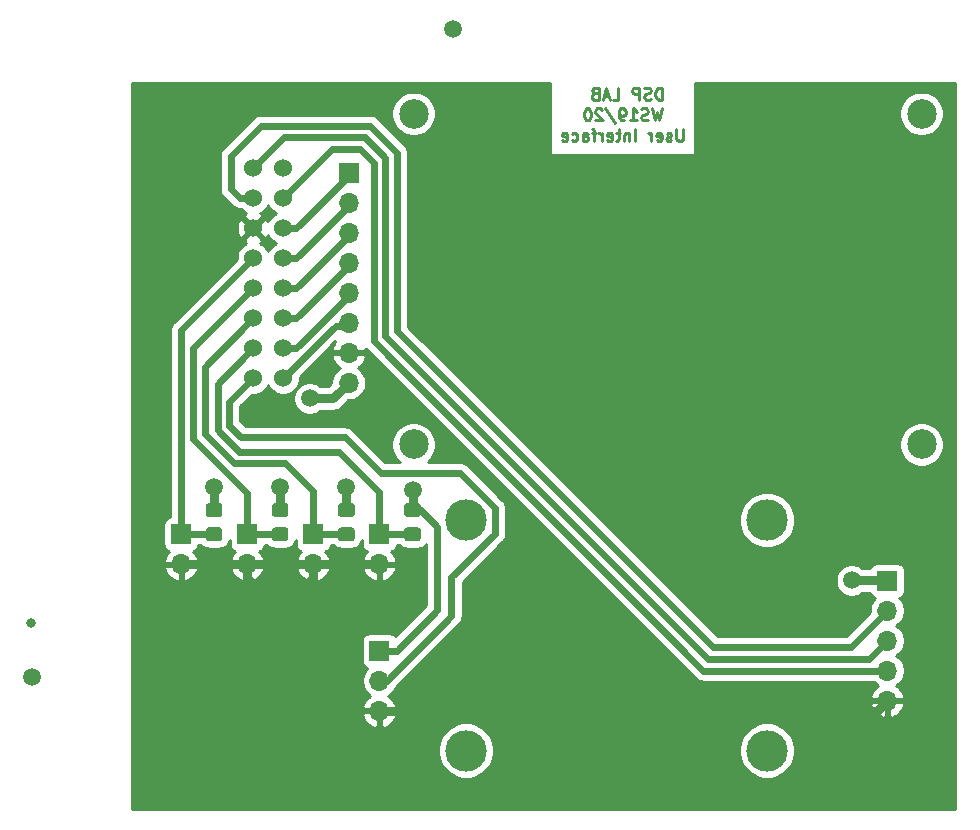
<source format=gbl>
G04 #@! TF.GenerationSoftware,KiCad,Pcbnew,(5.1.5)-3*
G04 #@! TF.CreationDate,2020-03-10T17:23:55+01:00*
G04 #@! TF.ProjectId,User_Interface_Board,55736572-5f49-46e7-9465-72666163655f,rev?*
G04 #@! TF.SameCoordinates,Original*
G04 #@! TF.FileFunction,Copper,L2,Bot*
G04 #@! TF.FilePolarity,Positive*
%FSLAX46Y46*%
G04 Gerber Fmt 4.6, Leading zero omitted, Abs format (unit mm)*
G04 Created by KiCad (PCBNEW (5.1.5)-3) date 2020-03-10 17:23:55*
%MOMM*%
%LPD*%
G04 APERTURE LIST*
%ADD10C,0.250000*%
%ADD11C,1.524000*%
%ADD12R,1.700000X1.700000*%
%ADD13O,1.700000X1.700000*%
%ADD14C,0.100000*%
%ADD15C,3.500000*%
%ADD16C,2.500000*%
%ADD17C,1.500000*%
%ADD18C,0.800000*%
%ADD19C,0.600000*%
%ADD20C,0.800000*%
%ADD21C,0.254000*%
G04 APERTURE END LIST*
D10*
X173533333Y-64302380D02*
X173533333Y-63302380D01*
X173295238Y-63302380D01*
X173152380Y-63350000D01*
X173057142Y-63445238D01*
X173009523Y-63540476D01*
X172961904Y-63730952D01*
X172961904Y-63873809D01*
X173009523Y-64064285D01*
X173057142Y-64159523D01*
X173152380Y-64254761D01*
X173295238Y-64302380D01*
X173533333Y-64302380D01*
X172580952Y-64254761D02*
X172438095Y-64302380D01*
X172200000Y-64302380D01*
X172104761Y-64254761D01*
X172057142Y-64207142D01*
X172009523Y-64111904D01*
X172009523Y-64016666D01*
X172057142Y-63921428D01*
X172104761Y-63873809D01*
X172200000Y-63826190D01*
X172390476Y-63778571D01*
X172485714Y-63730952D01*
X172533333Y-63683333D01*
X172580952Y-63588095D01*
X172580952Y-63492857D01*
X172533333Y-63397619D01*
X172485714Y-63350000D01*
X172390476Y-63302380D01*
X172152380Y-63302380D01*
X172009523Y-63350000D01*
X171580952Y-64302380D02*
X171580952Y-63302380D01*
X171200000Y-63302380D01*
X171104761Y-63350000D01*
X171057142Y-63397619D01*
X171009523Y-63492857D01*
X171009523Y-63635714D01*
X171057142Y-63730952D01*
X171104761Y-63778571D01*
X171200000Y-63826190D01*
X171580952Y-63826190D01*
X169342857Y-64302380D02*
X169819047Y-64302380D01*
X169819047Y-63302380D01*
X169057142Y-64016666D02*
X168580952Y-64016666D01*
X169152380Y-64302380D02*
X168819047Y-63302380D01*
X168485714Y-64302380D01*
X167819047Y-63778571D02*
X167676190Y-63826190D01*
X167628571Y-63873809D01*
X167580952Y-63969047D01*
X167580952Y-64111904D01*
X167628571Y-64207142D01*
X167676190Y-64254761D01*
X167771428Y-64302380D01*
X168152380Y-64302380D01*
X168152380Y-63302380D01*
X167819047Y-63302380D01*
X167723809Y-63350000D01*
X167676190Y-63397619D01*
X167628571Y-63492857D01*
X167628571Y-63588095D01*
X167676190Y-63683333D01*
X167723809Y-63730952D01*
X167819047Y-63778571D01*
X168152380Y-63778571D01*
X173533333Y-65052380D02*
X173295238Y-66052380D01*
X173104761Y-65338095D01*
X172914285Y-66052380D01*
X172676190Y-65052380D01*
X172342857Y-66004761D02*
X172200000Y-66052380D01*
X171961904Y-66052380D01*
X171866666Y-66004761D01*
X171819047Y-65957142D01*
X171771428Y-65861904D01*
X171771428Y-65766666D01*
X171819047Y-65671428D01*
X171866666Y-65623809D01*
X171961904Y-65576190D01*
X172152380Y-65528571D01*
X172247619Y-65480952D01*
X172295238Y-65433333D01*
X172342857Y-65338095D01*
X172342857Y-65242857D01*
X172295238Y-65147619D01*
X172247619Y-65100000D01*
X172152380Y-65052380D01*
X171914285Y-65052380D01*
X171771428Y-65100000D01*
X170819047Y-66052380D02*
X171390476Y-66052380D01*
X171104761Y-66052380D02*
X171104761Y-65052380D01*
X171200000Y-65195238D01*
X171295238Y-65290476D01*
X171390476Y-65338095D01*
X170342857Y-66052380D02*
X170152380Y-66052380D01*
X170057142Y-66004761D01*
X170009523Y-65957142D01*
X169914285Y-65814285D01*
X169866666Y-65623809D01*
X169866666Y-65242857D01*
X169914285Y-65147619D01*
X169961904Y-65100000D01*
X170057142Y-65052380D01*
X170247619Y-65052380D01*
X170342857Y-65100000D01*
X170390476Y-65147619D01*
X170438095Y-65242857D01*
X170438095Y-65480952D01*
X170390476Y-65576190D01*
X170342857Y-65623809D01*
X170247619Y-65671428D01*
X170057142Y-65671428D01*
X169961904Y-65623809D01*
X169914285Y-65576190D01*
X169866666Y-65480952D01*
X168723809Y-65004761D02*
X169580952Y-66290476D01*
X168438095Y-65147619D02*
X168390476Y-65100000D01*
X168295238Y-65052380D01*
X168057142Y-65052380D01*
X167961904Y-65100000D01*
X167914285Y-65147619D01*
X167866666Y-65242857D01*
X167866666Y-65338095D01*
X167914285Y-65480952D01*
X168485714Y-66052380D01*
X167866666Y-66052380D01*
X167247619Y-65052380D02*
X167152380Y-65052380D01*
X167057142Y-65100000D01*
X167009523Y-65147619D01*
X166961904Y-65242857D01*
X166914285Y-65433333D01*
X166914285Y-65671428D01*
X166961904Y-65861904D01*
X167009523Y-65957142D01*
X167057142Y-66004761D01*
X167152380Y-66052380D01*
X167247619Y-66052380D01*
X167342857Y-66004761D01*
X167390476Y-65957142D01*
X167438095Y-65861904D01*
X167485714Y-65671428D01*
X167485714Y-65433333D01*
X167438095Y-65242857D01*
X167390476Y-65147619D01*
X167342857Y-65100000D01*
X167247619Y-65052380D01*
X175319047Y-66802380D02*
X175319047Y-67611904D01*
X175271428Y-67707142D01*
X175223809Y-67754761D01*
X175128571Y-67802380D01*
X174938095Y-67802380D01*
X174842857Y-67754761D01*
X174795238Y-67707142D01*
X174747619Y-67611904D01*
X174747619Y-66802380D01*
X174319047Y-67754761D02*
X174223809Y-67802380D01*
X174033333Y-67802380D01*
X173938095Y-67754761D01*
X173890476Y-67659523D01*
X173890476Y-67611904D01*
X173938095Y-67516666D01*
X174033333Y-67469047D01*
X174176190Y-67469047D01*
X174271428Y-67421428D01*
X174319047Y-67326190D01*
X174319047Y-67278571D01*
X174271428Y-67183333D01*
X174176190Y-67135714D01*
X174033333Y-67135714D01*
X173938095Y-67183333D01*
X173080952Y-67754761D02*
X173176190Y-67802380D01*
X173366666Y-67802380D01*
X173461904Y-67754761D01*
X173509523Y-67659523D01*
X173509523Y-67278571D01*
X173461904Y-67183333D01*
X173366666Y-67135714D01*
X173176190Y-67135714D01*
X173080952Y-67183333D01*
X173033333Y-67278571D01*
X173033333Y-67373809D01*
X173509523Y-67469047D01*
X172604761Y-67802380D02*
X172604761Y-67135714D01*
X172604761Y-67326190D02*
X172557142Y-67230952D01*
X172509523Y-67183333D01*
X172414285Y-67135714D01*
X172319047Y-67135714D01*
X171223809Y-67802380D02*
X171223809Y-66802380D01*
X170747619Y-67135714D02*
X170747619Y-67802380D01*
X170747619Y-67230952D02*
X170700000Y-67183333D01*
X170604761Y-67135714D01*
X170461904Y-67135714D01*
X170366666Y-67183333D01*
X170319047Y-67278571D01*
X170319047Y-67802380D01*
X169985714Y-67135714D02*
X169604761Y-67135714D01*
X169842857Y-66802380D02*
X169842857Y-67659523D01*
X169795238Y-67754761D01*
X169700000Y-67802380D01*
X169604761Y-67802380D01*
X168890476Y-67754761D02*
X168985714Y-67802380D01*
X169176190Y-67802380D01*
X169271428Y-67754761D01*
X169319047Y-67659523D01*
X169319047Y-67278571D01*
X169271428Y-67183333D01*
X169176190Y-67135714D01*
X168985714Y-67135714D01*
X168890476Y-67183333D01*
X168842857Y-67278571D01*
X168842857Y-67373809D01*
X169319047Y-67469047D01*
X168414285Y-67802380D02*
X168414285Y-67135714D01*
X168414285Y-67326190D02*
X168366666Y-67230952D01*
X168319047Y-67183333D01*
X168223809Y-67135714D01*
X168128571Y-67135714D01*
X167938095Y-67135714D02*
X167557142Y-67135714D01*
X167795238Y-67802380D02*
X167795238Y-66945238D01*
X167747619Y-66850000D01*
X167652380Y-66802380D01*
X167557142Y-66802380D01*
X166795238Y-67802380D02*
X166795238Y-67278571D01*
X166842857Y-67183333D01*
X166938095Y-67135714D01*
X167128571Y-67135714D01*
X167223809Y-67183333D01*
X166795238Y-67754761D02*
X166890476Y-67802380D01*
X167128571Y-67802380D01*
X167223809Y-67754761D01*
X167271428Y-67659523D01*
X167271428Y-67564285D01*
X167223809Y-67469047D01*
X167128571Y-67421428D01*
X166890476Y-67421428D01*
X166795238Y-67373809D01*
X165890476Y-67754761D02*
X165985714Y-67802380D01*
X166176190Y-67802380D01*
X166271428Y-67754761D01*
X166319047Y-67707142D01*
X166366666Y-67611904D01*
X166366666Y-67326190D01*
X166319047Y-67230952D01*
X166271428Y-67183333D01*
X166176190Y-67135714D01*
X165985714Y-67135714D01*
X165890476Y-67183333D01*
X165080952Y-67754761D02*
X165176190Y-67802380D01*
X165366666Y-67802380D01*
X165461904Y-67754761D01*
X165509523Y-67659523D01*
X165509523Y-67278571D01*
X165461904Y-67183333D01*
X165366666Y-67135714D01*
X165176190Y-67135714D01*
X165080952Y-67183333D01*
X165033333Y-67278571D01*
X165033333Y-67373809D01*
X165509523Y-67469047D01*
D11*
X138900000Y-87890000D03*
X138900000Y-85350000D03*
X138900000Y-82810000D03*
X138900000Y-80270000D03*
X138900000Y-77730000D03*
X138900000Y-75190000D03*
X138900000Y-72650000D03*
X138900000Y-70110000D03*
X141440000Y-87890000D03*
X141440000Y-85350000D03*
X141440000Y-82810000D03*
X141440000Y-80270000D03*
X141440000Y-77730000D03*
X141440000Y-75190000D03*
X141440000Y-72650000D03*
X141440000Y-70110000D03*
D12*
X132800000Y-101100000D03*
D13*
X132800000Y-103640000D03*
X149600000Y-116040000D03*
X149600000Y-113500000D03*
D12*
X149600000Y-110960000D03*
D13*
X147000000Y-88280000D03*
X147000000Y-85740000D03*
X147000000Y-83200000D03*
X147000000Y-80660000D03*
X147000000Y-78120000D03*
X147000000Y-75580000D03*
X147000000Y-73040000D03*
D12*
X147000000Y-70500000D03*
D13*
X192600000Y-115180000D03*
X192600000Y-112640000D03*
X192600000Y-110100000D03*
X192600000Y-107560000D03*
D12*
X192600000Y-105020000D03*
D13*
X138400000Y-103640000D03*
D12*
X138400000Y-101100000D03*
X144000000Y-101100000D03*
D13*
X144000000Y-103640000D03*
X149600000Y-103640000D03*
D12*
X149600000Y-101100000D03*
G04 #@! TA.AperFunction,SMDPad,CuDef*
D14*
G36*
X136074505Y-98476204D02*
G01*
X136098773Y-98479804D01*
X136122572Y-98485765D01*
X136145671Y-98494030D01*
X136167850Y-98504520D01*
X136188893Y-98517132D01*
X136208599Y-98531747D01*
X136226777Y-98548223D01*
X136243253Y-98566401D01*
X136257868Y-98586107D01*
X136270480Y-98607150D01*
X136280970Y-98629329D01*
X136289235Y-98652428D01*
X136295196Y-98676227D01*
X136298796Y-98700495D01*
X136300000Y-98724999D01*
X136300000Y-99375001D01*
X136298796Y-99399505D01*
X136295196Y-99423773D01*
X136289235Y-99447572D01*
X136280970Y-99470671D01*
X136270480Y-99492850D01*
X136257868Y-99513893D01*
X136243253Y-99533599D01*
X136226777Y-99551777D01*
X136208599Y-99568253D01*
X136188893Y-99582868D01*
X136167850Y-99595480D01*
X136145671Y-99605970D01*
X136122572Y-99614235D01*
X136098773Y-99620196D01*
X136074505Y-99623796D01*
X136050001Y-99625000D01*
X135149999Y-99625000D01*
X135125495Y-99623796D01*
X135101227Y-99620196D01*
X135077428Y-99614235D01*
X135054329Y-99605970D01*
X135032150Y-99595480D01*
X135011107Y-99582868D01*
X134991401Y-99568253D01*
X134973223Y-99551777D01*
X134956747Y-99533599D01*
X134942132Y-99513893D01*
X134929520Y-99492850D01*
X134919030Y-99470671D01*
X134910765Y-99447572D01*
X134904804Y-99423773D01*
X134901204Y-99399505D01*
X134900000Y-99375001D01*
X134900000Y-98724999D01*
X134901204Y-98700495D01*
X134904804Y-98676227D01*
X134910765Y-98652428D01*
X134919030Y-98629329D01*
X134929520Y-98607150D01*
X134942132Y-98586107D01*
X134956747Y-98566401D01*
X134973223Y-98548223D01*
X134991401Y-98531747D01*
X135011107Y-98517132D01*
X135032150Y-98504520D01*
X135054329Y-98494030D01*
X135077428Y-98485765D01*
X135101227Y-98479804D01*
X135125495Y-98476204D01*
X135149999Y-98475000D01*
X136050001Y-98475000D01*
X136074505Y-98476204D01*
G37*
G04 #@! TD.AperFunction*
G04 #@! TA.AperFunction,SMDPad,CuDef*
G36*
X136074505Y-100526204D02*
G01*
X136098773Y-100529804D01*
X136122572Y-100535765D01*
X136145671Y-100544030D01*
X136167850Y-100554520D01*
X136188893Y-100567132D01*
X136208599Y-100581747D01*
X136226777Y-100598223D01*
X136243253Y-100616401D01*
X136257868Y-100636107D01*
X136270480Y-100657150D01*
X136280970Y-100679329D01*
X136289235Y-100702428D01*
X136295196Y-100726227D01*
X136298796Y-100750495D01*
X136300000Y-100774999D01*
X136300000Y-101425001D01*
X136298796Y-101449505D01*
X136295196Y-101473773D01*
X136289235Y-101497572D01*
X136280970Y-101520671D01*
X136270480Y-101542850D01*
X136257868Y-101563893D01*
X136243253Y-101583599D01*
X136226777Y-101601777D01*
X136208599Y-101618253D01*
X136188893Y-101632868D01*
X136167850Y-101645480D01*
X136145671Y-101655970D01*
X136122572Y-101664235D01*
X136098773Y-101670196D01*
X136074505Y-101673796D01*
X136050001Y-101675000D01*
X135149999Y-101675000D01*
X135125495Y-101673796D01*
X135101227Y-101670196D01*
X135077428Y-101664235D01*
X135054329Y-101655970D01*
X135032150Y-101645480D01*
X135011107Y-101632868D01*
X134991401Y-101618253D01*
X134973223Y-101601777D01*
X134956747Y-101583599D01*
X134942132Y-101563893D01*
X134929520Y-101542850D01*
X134919030Y-101520671D01*
X134910765Y-101497572D01*
X134904804Y-101473773D01*
X134901204Y-101449505D01*
X134900000Y-101425001D01*
X134900000Y-100774999D01*
X134901204Y-100750495D01*
X134904804Y-100726227D01*
X134910765Y-100702428D01*
X134919030Y-100679329D01*
X134929520Y-100657150D01*
X134942132Y-100636107D01*
X134956747Y-100616401D01*
X134973223Y-100598223D01*
X134991401Y-100581747D01*
X135011107Y-100567132D01*
X135032150Y-100554520D01*
X135054329Y-100544030D01*
X135077428Y-100535765D01*
X135101227Y-100529804D01*
X135125495Y-100526204D01*
X135149999Y-100525000D01*
X136050001Y-100525000D01*
X136074505Y-100526204D01*
G37*
G04 #@! TD.AperFunction*
G04 #@! TA.AperFunction,SMDPad,CuDef*
G36*
X141674505Y-100526204D02*
G01*
X141698773Y-100529804D01*
X141722572Y-100535765D01*
X141745671Y-100544030D01*
X141767850Y-100554520D01*
X141788893Y-100567132D01*
X141808599Y-100581747D01*
X141826777Y-100598223D01*
X141843253Y-100616401D01*
X141857868Y-100636107D01*
X141870480Y-100657150D01*
X141880970Y-100679329D01*
X141889235Y-100702428D01*
X141895196Y-100726227D01*
X141898796Y-100750495D01*
X141900000Y-100774999D01*
X141900000Y-101425001D01*
X141898796Y-101449505D01*
X141895196Y-101473773D01*
X141889235Y-101497572D01*
X141880970Y-101520671D01*
X141870480Y-101542850D01*
X141857868Y-101563893D01*
X141843253Y-101583599D01*
X141826777Y-101601777D01*
X141808599Y-101618253D01*
X141788893Y-101632868D01*
X141767850Y-101645480D01*
X141745671Y-101655970D01*
X141722572Y-101664235D01*
X141698773Y-101670196D01*
X141674505Y-101673796D01*
X141650001Y-101675000D01*
X140749999Y-101675000D01*
X140725495Y-101673796D01*
X140701227Y-101670196D01*
X140677428Y-101664235D01*
X140654329Y-101655970D01*
X140632150Y-101645480D01*
X140611107Y-101632868D01*
X140591401Y-101618253D01*
X140573223Y-101601777D01*
X140556747Y-101583599D01*
X140542132Y-101563893D01*
X140529520Y-101542850D01*
X140519030Y-101520671D01*
X140510765Y-101497572D01*
X140504804Y-101473773D01*
X140501204Y-101449505D01*
X140500000Y-101425001D01*
X140500000Y-100774999D01*
X140501204Y-100750495D01*
X140504804Y-100726227D01*
X140510765Y-100702428D01*
X140519030Y-100679329D01*
X140529520Y-100657150D01*
X140542132Y-100636107D01*
X140556747Y-100616401D01*
X140573223Y-100598223D01*
X140591401Y-100581747D01*
X140611107Y-100567132D01*
X140632150Y-100554520D01*
X140654329Y-100544030D01*
X140677428Y-100535765D01*
X140701227Y-100529804D01*
X140725495Y-100526204D01*
X140749999Y-100525000D01*
X141650001Y-100525000D01*
X141674505Y-100526204D01*
G37*
G04 #@! TD.AperFunction*
G04 #@! TA.AperFunction,SMDPad,CuDef*
G36*
X141674505Y-98476204D02*
G01*
X141698773Y-98479804D01*
X141722572Y-98485765D01*
X141745671Y-98494030D01*
X141767850Y-98504520D01*
X141788893Y-98517132D01*
X141808599Y-98531747D01*
X141826777Y-98548223D01*
X141843253Y-98566401D01*
X141857868Y-98586107D01*
X141870480Y-98607150D01*
X141880970Y-98629329D01*
X141889235Y-98652428D01*
X141895196Y-98676227D01*
X141898796Y-98700495D01*
X141900000Y-98724999D01*
X141900000Y-99375001D01*
X141898796Y-99399505D01*
X141895196Y-99423773D01*
X141889235Y-99447572D01*
X141880970Y-99470671D01*
X141870480Y-99492850D01*
X141857868Y-99513893D01*
X141843253Y-99533599D01*
X141826777Y-99551777D01*
X141808599Y-99568253D01*
X141788893Y-99582868D01*
X141767850Y-99595480D01*
X141745671Y-99605970D01*
X141722572Y-99614235D01*
X141698773Y-99620196D01*
X141674505Y-99623796D01*
X141650001Y-99625000D01*
X140749999Y-99625000D01*
X140725495Y-99623796D01*
X140701227Y-99620196D01*
X140677428Y-99614235D01*
X140654329Y-99605970D01*
X140632150Y-99595480D01*
X140611107Y-99582868D01*
X140591401Y-99568253D01*
X140573223Y-99551777D01*
X140556747Y-99533599D01*
X140542132Y-99513893D01*
X140529520Y-99492850D01*
X140519030Y-99470671D01*
X140510765Y-99447572D01*
X140504804Y-99423773D01*
X140501204Y-99399505D01*
X140500000Y-99375001D01*
X140500000Y-98724999D01*
X140501204Y-98700495D01*
X140504804Y-98676227D01*
X140510765Y-98652428D01*
X140519030Y-98629329D01*
X140529520Y-98607150D01*
X140542132Y-98586107D01*
X140556747Y-98566401D01*
X140573223Y-98548223D01*
X140591401Y-98531747D01*
X140611107Y-98517132D01*
X140632150Y-98504520D01*
X140654329Y-98494030D01*
X140677428Y-98485765D01*
X140701227Y-98479804D01*
X140725495Y-98476204D01*
X140749999Y-98475000D01*
X141650001Y-98475000D01*
X141674505Y-98476204D01*
G37*
G04 #@! TD.AperFunction*
G04 #@! TA.AperFunction,SMDPad,CuDef*
G36*
X147274505Y-98476204D02*
G01*
X147298773Y-98479804D01*
X147322572Y-98485765D01*
X147345671Y-98494030D01*
X147367850Y-98504520D01*
X147388893Y-98517132D01*
X147408599Y-98531747D01*
X147426777Y-98548223D01*
X147443253Y-98566401D01*
X147457868Y-98586107D01*
X147470480Y-98607150D01*
X147480970Y-98629329D01*
X147489235Y-98652428D01*
X147495196Y-98676227D01*
X147498796Y-98700495D01*
X147500000Y-98724999D01*
X147500000Y-99375001D01*
X147498796Y-99399505D01*
X147495196Y-99423773D01*
X147489235Y-99447572D01*
X147480970Y-99470671D01*
X147470480Y-99492850D01*
X147457868Y-99513893D01*
X147443253Y-99533599D01*
X147426777Y-99551777D01*
X147408599Y-99568253D01*
X147388893Y-99582868D01*
X147367850Y-99595480D01*
X147345671Y-99605970D01*
X147322572Y-99614235D01*
X147298773Y-99620196D01*
X147274505Y-99623796D01*
X147250001Y-99625000D01*
X146349999Y-99625000D01*
X146325495Y-99623796D01*
X146301227Y-99620196D01*
X146277428Y-99614235D01*
X146254329Y-99605970D01*
X146232150Y-99595480D01*
X146211107Y-99582868D01*
X146191401Y-99568253D01*
X146173223Y-99551777D01*
X146156747Y-99533599D01*
X146142132Y-99513893D01*
X146129520Y-99492850D01*
X146119030Y-99470671D01*
X146110765Y-99447572D01*
X146104804Y-99423773D01*
X146101204Y-99399505D01*
X146100000Y-99375001D01*
X146100000Y-98724999D01*
X146101204Y-98700495D01*
X146104804Y-98676227D01*
X146110765Y-98652428D01*
X146119030Y-98629329D01*
X146129520Y-98607150D01*
X146142132Y-98586107D01*
X146156747Y-98566401D01*
X146173223Y-98548223D01*
X146191401Y-98531747D01*
X146211107Y-98517132D01*
X146232150Y-98504520D01*
X146254329Y-98494030D01*
X146277428Y-98485765D01*
X146301227Y-98479804D01*
X146325495Y-98476204D01*
X146349999Y-98475000D01*
X147250001Y-98475000D01*
X147274505Y-98476204D01*
G37*
G04 #@! TD.AperFunction*
G04 #@! TA.AperFunction,SMDPad,CuDef*
G36*
X147274505Y-100526204D02*
G01*
X147298773Y-100529804D01*
X147322572Y-100535765D01*
X147345671Y-100544030D01*
X147367850Y-100554520D01*
X147388893Y-100567132D01*
X147408599Y-100581747D01*
X147426777Y-100598223D01*
X147443253Y-100616401D01*
X147457868Y-100636107D01*
X147470480Y-100657150D01*
X147480970Y-100679329D01*
X147489235Y-100702428D01*
X147495196Y-100726227D01*
X147498796Y-100750495D01*
X147500000Y-100774999D01*
X147500000Y-101425001D01*
X147498796Y-101449505D01*
X147495196Y-101473773D01*
X147489235Y-101497572D01*
X147480970Y-101520671D01*
X147470480Y-101542850D01*
X147457868Y-101563893D01*
X147443253Y-101583599D01*
X147426777Y-101601777D01*
X147408599Y-101618253D01*
X147388893Y-101632868D01*
X147367850Y-101645480D01*
X147345671Y-101655970D01*
X147322572Y-101664235D01*
X147298773Y-101670196D01*
X147274505Y-101673796D01*
X147250001Y-101675000D01*
X146349999Y-101675000D01*
X146325495Y-101673796D01*
X146301227Y-101670196D01*
X146277428Y-101664235D01*
X146254329Y-101655970D01*
X146232150Y-101645480D01*
X146211107Y-101632868D01*
X146191401Y-101618253D01*
X146173223Y-101601777D01*
X146156747Y-101583599D01*
X146142132Y-101563893D01*
X146129520Y-101542850D01*
X146119030Y-101520671D01*
X146110765Y-101497572D01*
X146104804Y-101473773D01*
X146101204Y-101449505D01*
X146100000Y-101425001D01*
X146100000Y-100774999D01*
X146101204Y-100750495D01*
X146104804Y-100726227D01*
X146110765Y-100702428D01*
X146119030Y-100679329D01*
X146129520Y-100657150D01*
X146142132Y-100636107D01*
X146156747Y-100616401D01*
X146173223Y-100598223D01*
X146191401Y-100581747D01*
X146211107Y-100567132D01*
X146232150Y-100554520D01*
X146254329Y-100544030D01*
X146277428Y-100535765D01*
X146301227Y-100529804D01*
X146325495Y-100526204D01*
X146349999Y-100525000D01*
X147250001Y-100525000D01*
X147274505Y-100526204D01*
G37*
G04 #@! TD.AperFunction*
G04 #@! TA.AperFunction,SMDPad,CuDef*
G36*
X152874505Y-100526204D02*
G01*
X152898773Y-100529804D01*
X152922572Y-100535765D01*
X152945671Y-100544030D01*
X152967850Y-100554520D01*
X152988893Y-100567132D01*
X153008599Y-100581747D01*
X153026777Y-100598223D01*
X153043253Y-100616401D01*
X153057868Y-100636107D01*
X153070480Y-100657150D01*
X153080970Y-100679329D01*
X153089235Y-100702428D01*
X153095196Y-100726227D01*
X153098796Y-100750495D01*
X153100000Y-100774999D01*
X153100000Y-101425001D01*
X153098796Y-101449505D01*
X153095196Y-101473773D01*
X153089235Y-101497572D01*
X153080970Y-101520671D01*
X153070480Y-101542850D01*
X153057868Y-101563893D01*
X153043253Y-101583599D01*
X153026777Y-101601777D01*
X153008599Y-101618253D01*
X152988893Y-101632868D01*
X152967850Y-101645480D01*
X152945671Y-101655970D01*
X152922572Y-101664235D01*
X152898773Y-101670196D01*
X152874505Y-101673796D01*
X152850001Y-101675000D01*
X151949999Y-101675000D01*
X151925495Y-101673796D01*
X151901227Y-101670196D01*
X151877428Y-101664235D01*
X151854329Y-101655970D01*
X151832150Y-101645480D01*
X151811107Y-101632868D01*
X151791401Y-101618253D01*
X151773223Y-101601777D01*
X151756747Y-101583599D01*
X151742132Y-101563893D01*
X151729520Y-101542850D01*
X151719030Y-101520671D01*
X151710765Y-101497572D01*
X151704804Y-101473773D01*
X151701204Y-101449505D01*
X151700000Y-101425001D01*
X151700000Y-100774999D01*
X151701204Y-100750495D01*
X151704804Y-100726227D01*
X151710765Y-100702428D01*
X151719030Y-100679329D01*
X151729520Y-100657150D01*
X151742132Y-100636107D01*
X151756747Y-100616401D01*
X151773223Y-100598223D01*
X151791401Y-100581747D01*
X151811107Y-100567132D01*
X151832150Y-100554520D01*
X151854329Y-100544030D01*
X151877428Y-100535765D01*
X151901227Y-100529804D01*
X151925495Y-100526204D01*
X151949999Y-100525000D01*
X152850001Y-100525000D01*
X152874505Y-100526204D01*
G37*
G04 #@! TD.AperFunction*
G04 #@! TA.AperFunction,SMDPad,CuDef*
G36*
X152874505Y-98476204D02*
G01*
X152898773Y-98479804D01*
X152922572Y-98485765D01*
X152945671Y-98494030D01*
X152967850Y-98504520D01*
X152988893Y-98517132D01*
X153008599Y-98531747D01*
X153026777Y-98548223D01*
X153043253Y-98566401D01*
X153057868Y-98586107D01*
X153070480Y-98607150D01*
X153080970Y-98629329D01*
X153089235Y-98652428D01*
X153095196Y-98676227D01*
X153098796Y-98700495D01*
X153100000Y-98724999D01*
X153100000Y-99375001D01*
X153098796Y-99399505D01*
X153095196Y-99423773D01*
X153089235Y-99447572D01*
X153080970Y-99470671D01*
X153070480Y-99492850D01*
X153057868Y-99513893D01*
X153043253Y-99533599D01*
X153026777Y-99551777D01*
X153008599Y-99568253D01*
X152988893Y-99582868D01*
X152967850Y-99595480D01*
X152945671Y-99605970D01*
X152922572Y-99614235D01*
X152898773Y-99620196D01*
X152874505Y-99623796D01*
X152850001Y-99625000D01*
X151949999Y-99625000D01*
X151925495Y-99623796D01*
X151901227Y-99620196D01*
X151877428Y-99614235D01*
X151854329Y-99605970D01*
X151832150Y-99595480D01*
X151811107Y-99582868D01*
X151791401Y-99568253D01*
X151773223Y-99551777D01*
X151756747Y-99533599D01*
X151742132Y-99513893D01*
X151729520Y-99492850D01*
X151719030Y-99470671D01*
X151710765Y-99447572D01*
X151704804Y-99423773D01*
X151701204Y-99399505D01*
X151700000Y-99375001D01*
X151700000Y-98724999D01*
X151701204Y-98700495D01*
X151704804Y-98676227D01*
X151710765Y-98652428D01*
X151719030Y-98629329D01*
X151729520Y-98607150D01*
X151742132Y-98586107D01*
X151756747Y-98566401D01*
X151773223Y-98548223D01*
X151791401Y-98531747D01*
X151811107Y-98517132D01*
X151832150Y-98504520D01*
X151854329Y-98494030D01*
X151877428Y-98485765D01*
X151901227Y-98479804D01*
X151925495Y-98476204D01*
X151949999Y-98475000D01*
X152850001Y-98475000D01*
X152874505Y-98476204D01*
G37*
G04 #@! TD.AperFunction*
D15*
X182420000Y-99910000D03*
X182420000Y-119410000D03*
X156920000Y-119410000D03*
X156920000Y-99910000D03*
D16*
X152500000Y-65500000D03*
X195500000Y-65500000D03*
X195500000Y-93500000D03*
X152500000Y-93500000D03*
D17*
X135600000Y-97100000D03*
X120200000Y-113200000D03*
X155800000Y-58300000D03*
X189600000Y-105000000D03*
X141200000Y-107600000D03*
X141200000Y-97100000D03*
X146800000Y-97100000D03*
D18*
X120100000Y-108600000D03*
D17*
X140400000Y-90700000D03*
X149100000Y-90700000D03*
X144000000Y-63900000D03*
X152400000Y-97350010D03*
X143699999Y-89600000D03*
D19*
X137822370Y-72650000D02*
X138900000Y-72650000D01*
X137000000Y-71827630D02*
X137822370Y-72650000D01*
X192600000Y-107560000D02*
X189520022Y-110639978D01*
X189520022Y-110639978D02*
X177839978Y-110639978D01*
X177839978Y-110639978D02*
X151100000Y-83900000D01*
X151100000Y-83900000D02*
X151100000Y-68800000D01*
X148799953Y-66499953D02*
X139600047Y-66499953D01*
X151100000Y-68800000D02*
X148799953Y-66499953D01*
X139600047Y-66499953D02*
X137000000Y-69100000D01*
X137000000Y-69100000D02*
X137000000Y-71827630D01*
X177011542Y-112640000D02*
X191397919Y-112640000D01*
X149099978Y-69628434D02*
X149099978Y-84728436D01*
X149099978Y-84728436D02*
X177011542Y-112640000D01*
X191397919Y-112640000D02*
X192600000Y-112640000D01*
X147971544Y-68500000D02*
X149099978Y-69628434D01*
X145590000Y-68500000D02*
X147971544Y-68500000D01*
X141440000Y-72650000D02*
X145590000Y-68500000D01*
X150099989Y-69214217D02*
X150099989Y-84314218D01*
X150099989Y-84314218D02*
X177425760Y-111639989D01*
X177425760Y-111639989D02*
X191060011Y-111639989D01*
X191060011Y-111639989D02*
X191750001Y-110949999D01*
X191750001Y-110949999D02*
X192600000Y-110100000D01*
X148385761Y-67499989D02*
X150099989Y-69214217D01*
X141510011Y-67499989D02*
X148385761Y-67499989D01*
X138900000Y-70110000D02*
X141510011Y-67499989D01*
X141440000Y-87890000D02*
X145900000Y-83430000D01*
X145900000Y-83430000D02*
X147000000Y-83430000D01*
X141440000Y-85350000D02*
X142540000Y-85350000D01*
X142540000Y-85350000D02*
X147000000Y-80890000D01*
X141440000Y-82810000D02*
X142540000Y-82810000D01*
X142540000Y-82810000D02*
X147000000Y-78350000D01*
X141440000Y-80270000D02*
X142540000Y-80270000D01*
X142540000Y-80270000D02*
X147000000Y-75810000D01*
X141440000Y-77730000D02*
X142540000Y-77730000D01*
X142540000Y-77730000D02*
X147000000Y-73270000D01*
X142540000Y-75190000D02*
X141440000Y-75190000D01*
X147000000Y-70730000D02*
X142540000Y-75190000D01*
D20*
X138400000Y-103640000D02*
X144000000Y-103640000D01*
X144000000Y-103640000D02*
X149600000Y-103640000D01*
D19*
X138360000Y-103600000D02*
X138400000Y-103640000D01*
X132800000Y-103640000D02*
X132840000Y-103600000D01*
D20*
X132840000Y-103600000D02*
X138360000Y-103600000D01*
X138400000Y-104800000D02*
X141200000Y-107600000D01*
X138400000Y-103640000D02*
X138400000Y-104800000D01*
X144000000Y-104800000D02*
X141200000Y-107600000D01*
X144000000Y-103640000D02*
X144000000Y-104800000D01*
D19*
X149600000Y-116000000D02*
X149600000Y-116040000D01*
D20*
X191740000Y-116040000D02*
X192600000Y-115180000D01*
X149600000Y-116040000D02*
X191740000Y-116040000D01*
X135600000Y-97100000D02*
X135600000Y-99050000D01*
X141200000Y-97100000D02*
X141200000Y-99050000D01*
X146800000Y-97100000D02*
X146800000Y-99050000D01*
X152400000Y-99050000D02*
X152400000Y-97350010D01*
D19*
X192580000Y-105000000D02*
X192600000Y-105020000D01*
D20*
X189600000Y-105000000D02*
X192580000Y-105000000D01*
D19*
X154500000Y-107510000D02*
X151050000Y-110960000D01*
X154500000Y-100450000D02*
X154500000Y-107510000D01*
X152400000Y-99050000D02*
X153100000Y-99050000D01*
X151050000Y-110960000D02*
X149600000Y-110960000D01*
X153100000Y-99050000D02*
X154500000Y-100450000D01*
D20*
X145680000Y-89600000D02*
X143699999Y-89600000D01*
X147000000Y-88280000D02*
X145680000Y-89600000D01*
D19*
X150201040Y-113500000D02*
X149600000Y-113500000D01*
X137899990Y-92899990D02*
X146699990Y-92899990D01*
X146699990Y-92899990D02*
X149700000Y-95900000D01*
X138900000Y-87890000D02*
X136900000Y-89890000D01*
X136900000Y-89890000D02*
X136900000Y-91900000D01*
X136900000Y-91900000D02*
X137899990Y-92899990D01*
X149700000Y-95900000D02*
X156400000Y-95900000D01*
X156400000Y-95900000D02*
X159370001Y-98870001D01*
X159370001Y-101086001D02*
X155700000Y-104756002D01*
X159370001Y-98870001D02*
X159370001Y-101086001D01*
X155700000Y-108001040D02*
X150201040Y-113500000D01*
X155700000Y-104756002D02*
X155700000Y-108001040D01*
X149600000Y-101100000D02*
X152400000Y-101100000D01*
X137685772Y-94100001D02*
X135899989Y-92314218D01*
X146202931Y-94100001D02*
X137685772Y-94100001D01*
X135899989Y-92314218D02*
X135899989Y-88350011D01*
X135899989Y-88350011D02*
X138138001Y-86111999D01*
X138138001Y-86111999D02*
X138900000Y-85350000D01*
X149600000Y-97497070D02*
X146202931Y-94100001D01*
X149600000Y-101100000D02*
X149600000Y-97497070D01*
X144000000Y-101100000D02*
X146800000Y-101100000D01*
X134799989Y-92628447D02*
X134799989Y-86910011D01*
X138138001Y-83571999D02*
X138900000Y-82810000D01*
X134799989Y-86910011D02*
X138138001Y-83571999D01*
X144000000Y-97457998D02*
X141642014Y-95100012D01*
X144000000Y-101100000D02*
X144000000Y-97457998D01*
X137271554Y-95100012D02*
X134799989Y-92628447D01*
X141642014Y-95100012D02*
X137271554Y-95100012D01*
X138400000Y-101100000D02*
X141200000Y-101100000D01*
X133799978Y-85370022D02*
X138138001Y-81031999D01*
X138400000Y-97642687D02*
X133799978Y-93042665D01*
X133799978Y-93042665D02*
X133799978Y-85370022D01*
X138138001Y-81031999D02*
X138900000Y-80270000D01*
X138400000Y-101100000D02*
X138400000Y-97642687D01*
X132800000Y-101100000D02*
X135600000Y-101100000D01*
X138138001Y-78491999D02*
X138900000Y-77730000D01*
X132800000Y-101100000D02*
X132800000Y-99650000D01*
X132799978Y-83830022D02*
X138138001Y-78491999D01*
X132800000Y-99650000D02*
X132799978Y-99649978D01*
X132799978Y-99649978D02*
X132799978Y-83830022D01*
D21*
G36*
X164082857Y-68952500D02*
G01*
X176317143Y-68952500D01*
X176317143Y-65314344D01*
X193615000Y-65314344D01*
X193615000Y-65685656D01*
X193687439Y-66049834D01*
X193829534Y-66392882D01*
X194035825Y-66701618D01*
X194298382Y-66964175D01*
X194607118Y-67170466D01*
X194950166Y-67312561D01*
X195314344Y-67385000D01*
X195685656Y-67385000D01*
X196049834Y-67312561D01*
X196392882Y-67170466D01*
X196701618Y-66964175D01*
X196964175Y-66701618D01*
X197170466Y-66392882D01*
X197312561Y-66049834D01*
X197385000Y-65685656D01*
X197385000Y-65314344D01*
X197312561Y-64950166D01*
X197170466Y-64607118D01*
X196964175Y-64298382D01*
X196701618Y-64035825D01*
X196392882Y-63829534D01*
X196049834Y-63687439D01*
X195685656Y-63615000D01*
X195314344Y-63615000D01*
X194950166Y-63687439D01*
X194607118Y-63829534D01*
X194298382Y-64035825D01*
X194035825Y-64298382D01*
X193829534Y-64607118D01*
X193687439Y-64950166D01*
X193615000Y-65314344D01*
X176317143Y-65314344D01*
X176317143Y-62910000D01*
X198340001Y-62910000D01*
X198340000Y-124340000D01*
X128660000Y-124340000D01*
X128660000Y-119175098D01*
X154535000Y-119175098D01*
X154535000Y-119644902D01*
X154626654Y-120105679D01*
X154806440Y-120539721D01*
X155067450Y-120930349D01*
X155399651Y-121262550D01*
X155790279Y-121523560D01*
X156224321Y-121703346D01*
X156685098Y-121795000D01*
X157154902Y-121795000D01*
X157615679Y-121703346D01*
X158049721Y-121523560D01*
X158440349Y-121262550D01*
X158772550Y-120930349D01*
X159033560Y-120539721D01*
X159213346Y-120105679D01*
X159305000Y-119644902D01*
X159305000Y-119175098D01*
X180035000Y-119175098D01*
X180035000Y-119644902D01*
X180126654Y-120105679D01*
X180306440Y-120539721D01*
X180567450Y-120930349D01*
X180899651Y-121262550D01*
X181290279Y-121523560D01*
X181724321Y-121703346D01*
X182185098Y-121795000D01*
X182654902Y-121795000D01*
X183115679Y-121703346D01*
X183549721Y-121523560D01*
X183940349Y-121262550D01*
X184272550Y-120930349D01*
X184533560Y-120539721D01*
X184713346Y-120105679D01*
X184805000Y-119644902D01*
X184805000Y-119175098D01*
X184713346Y-118714321D01*
X184533560Y-118280279D01*
X184272550Y-117889651D01*
X183940349Y-117557450D01*
X183549721Y-117296440D01*
X183115679Y-117116654D01*
X182654902Y-117025000D01*
X182185098Y-117025000D01*
X181724321Y-117116654D01*
X181290279Y-117296440D01*
X180899651Y-117557450D01*
X180567450Y-117889651D01*
X180306440Y-118280279D01*
X180126654Y-118714321D01*
X180035000Y-119175098D01*
X159305000Y-119175098D01*
X159213346Y-118714321D01*
X159033560Y-118280279D01*
X158772550Y-117889651D01*
X158440349Y-117557450D01*
X158049721Y-117296440D01*
X157615679Y-117116654D01*
X157154902Y-117025000D01*
X156685098Y-117025000D01*
X156224321Y-117116654D01*
X155790279Y-117296440D01*
X155399651Y-117557450D01*
X155067450Y-117889651D01*
X154806440Y-118280279D01*
X154626654Y-118714321D01*
X154535000Y-119175098D01*
X128660000Y-119175098D01*
X128660000Y-116396890D01*
X148158524Y-116396890D01*
X148203175Y-116544099D01*
X148328359Y-116806920D01*
X148502412Y-117040269D01*
X148718645Y-117235178D01*
X148968748Y-117384157D01*
X149243109Y-117481481D01*
X149473000Y-117360814D01*
X149473000Y-116167000D01*
X149727000Y-116167000D01*
X149727000Y-117360814D01*
X149956891Y-117481481D01*
X150231252Y-117384157D01*
X150481355Y-117235178D01*
X150697588Y-117040269D01*
X150871641Y-116806920D01*
X150996825Y-116544099D01*
X151041476Y-116396890D01*
X150920155Y-116167000D01*
X149727000Y-116167000D01*
X149473000Y-116167000D01*
X148279845Y-116167000D01*
X148158524Y-116396890D01*
X128660000Y-116396890D01*
X128660000Y-103996890D01*
X131358524Y-103996890D01*
X131403175Y-104144099D01*
X131528359Y-104406920D01*
X131702412Y-104640269D01*
X131918645Y-104835178D01*
X132168748Y-104984157D01*
X132443109Y-105081481D01*
X132673000Y-104960814D01*
X132673000Y-103767000D01*
X132927000Y-103767000D01*
X132927000Y-104960814D01*
X133156891Y-105081481D01*
X133431252Y-104984157D01*
X133681355Y-104835178D01*
X133897588Y-104640269D01*
X134071641Y-104406920D01*
X134196825Y-104144099D01*
X134241476Y-103996890D01*
X136958524Y-103996890D01*
X137003175Y-104144099D01*
X137128359Y-104406920D01*
X137302412Y-104640269D01*
X137518645Y-104835178D01*
X137768748Y-104984157D01*
X138043109Y-105081481D01*
X138273000Y-104960814D01*
X138273000Y-103767000D01*
X138527000Y-103767000D01*
X138527000Y-104960814D01*
X138756891Y-105081481D01*
X139031252Y-104984157D01*
X139281355Y-104835178D01*
X139497588Y-104640269D01*
X139671641Y-104406920D01*
X139796825Y-104144099D01*
X139841476Y-103996890D01*
X142558524Y-103996890D01*
X142603175Y-104144099D01*
X142728359Y-104406920D01*
X142902412Y-104640269D01*
X143118645Y-104835178D01*
X143368748Y-104984157D01*
X143643109Y-105081481D01*
X143873000Y-104960814D01*
X143873000Y-103767000D01*
X144127000Y-103767000D01*
X144127000Y-104960814D01*
X144356891Y-105081481D01*
X144631252Y-104984157D01*
X144881355Y-104835178D01*
X145097588Y-104640269D01*
X145271641Y-104406920D01*
X145396825Y-104144099D01*
X145441476Y-103996890D01*
X148158524Y-103996890D01*
X148203175Y-104144099D01*
X148328359Y-104406920D01*
X148502412Y-104640269D01*
X148718645Y-104835178D01*
X148968748Y-104984157D01*
X149243109Y-105081481D01*
X149473000Y-104960814D01*
X149473000Y-103767000D01*
X149727000Y-103767000D01*
X149727000Y-104960814D01*
X149956891Y-105081481D01*
X150231252Y-104984157D01*
X150481355Y-104835178D01*
X150697588Y-104640269D01*
X150871641Y-104406920D01*
X150996825Y-104144099D01*
X151041476Y-103996890D01*
X150920155Y-103767000D01*
X149727000Y-103767000D01*
X149473000Y-103767000D01*
X148279845Y-103767000D01*
X148158524Y-103996890D01*
X145441476Y-103996890D01*
X145320155Y-103767000D01*
X144127000Y-103767000D01*
X143873000Y-103767000D01*
X142679845Y-103767000D01*
X142558524Y-103996890D01*
X139841476Y-103996890D01*
X139720155Y-103767000D01*
X138527000Y-103767000D01*
X138273000Y-103767000D01*
X137079845Y-103767000D01*
X136958524Y-103996890D01*
X134241476Y-103996890D01*
X134120155Y-103767000D01*
X132927000Y-103767000D01*
X132673000Y-103767000D01*
X131479845Y-103767000D01*
X131358524Y-103996890D01*
X128660000Y-103996890D01*
X128660000Y-100250000D01*
X131311928Y-100250000D01*
X131311928Y-101950000D01*
X131324188Y-102074482D01*
X131360498Y-102194180D01*
X131419463Y-102304494D01*
X131498815Y-102401185D01*
X131595506Y-102480537D01*
X131705820Y-102539502D01*
X131786466Y-102563966D01*
X131702412Y-102639731D01*
X131528359Y-102873080D01*
X131403175Y-103135901D01*
X131358524Y-103283110D01*
X131479845Y-103513000D01*
X132673000Y-103513000D01*
X132673000Y-103493000D01*
X132927000Y-103493000D01*
X132927000Y-103513000D01*
X134120155Y-103513000D01*
X134241476Y-103283110D01*
X134196825Y-103135901D01*
X134071641Y-102873080D01*
X133897588Y-102639731D01*
X133813534Y-102563966D01*
X133894180Y-102539502D01*
X134004494Y-102480537D01*
X134101185Y-102401185D01*
X134180537Y-102304494D01*
X134239502Y-102194180D01*
X134275812Y-102074482D01*
X134279701Y-102035000D01*
X134507297Y-102035000D01*
X134522038Y-102052962D01*
X134656613Y-102163405D01*
X134810149Y-102245472D01*
X134976745Y-102296008D01*
X135149999Y-102313072D01*
X136050001Y-102313072D01*
X136223255Y-102296008D01*
X136389851Y-102245472D01*
X136543387Y-102163405D01*
X136677962Y-102052962D01*
X136788405Y-101918387D01*
X136870472Y-101764851D01*
X136911928Y-101628188D01*
X136911928Y-101950000D01*
X136924188Y-102074482D01*
X136960498Y-102194180D01*
X137019463Y-102304494D01*
X137098815Y-102401185D01*
X137195506Y-102480537D01*
X137305820Y-102539502D01*
X137386466Y-102563966D01*
X137302412Y-102639731D01*
X137128359Y-102873080D01*
X137003175Y-103135901D01*
X136958524Y-103283110D01*
X137079845Y-103513000D01*
X138273000Y-103513000D01*
X138273000Y-103493000D01*
X138527000Y-103493000D01*
X138527000Y-103513000D01*
X139720155Y-103513000D01*
X139841476Y-103283110D01*
X139796825Y-103135901D01*
X139671641Y-102873080D01*
X139497588Y-102639731D01*
X139413534Y-102563966D01*
X139494180Y-102539502D01*
X139604494Y-102480537D01*
X139701185Y-102401185D01*
X139780537Y-102304494D01*
X139839502Y-102194180D01*
X139875812Y-102074482D01*
X139879701Y-102035000D01*
X140107297Y-102035000D01*
X140122038Y-102052962D01*
X140256613Y-102163405D01*
X140410149Y-102245472D01*
X140576745Y-102296008D01*
X140749999Y-102313072D01*
X141650001Y-102313072D01*
X141823255Y-102296008D01*
X141989851Y-102245472D01*
X142143387Y-102163405D01*
X142277962Y-102052962D01*
X142388405Y-101918387D01*
X142470472Y-101764851D01*
X142511928Y-101628188D01*
X142511928Y-101950000D01*
X142524188Y-102074482D01*
X142560498Y-102194180D01*
X142619463Y-102304494D01*
X142698815Y-102401185D01*
X142795506Y-102480537D01*
X142905820Y-102539502D01*
X142986466Y-102563966D01*
X142902412Y-102639731D01*
X142728359Y-102873080D01*
X142603175Y-103135901D01*
X142558524Y-103283110D01*
X142679845Y-103513000D01*
X143873000Y-103513000D01*
X143873000Y-103493000D01*
X144127000Y-103493000D01*
X144127000Y-103513000D01*
X145320155Y-103513000D01*
X145441476Y-103283110D01*
X145396825Y-103135901D01*
X145271641Y-102873080D01*
X145097588Y-102639731D01*
X145013534Y-102563966D01*
X145094180Y-102539502D01*
X145204494Y-102480537D01*
X145301185Y-102401185D01*
X145380537Y-102304494D01*
X145439502Y-102194180D01*
X145475812Y-102074482D01*
X145479701Y-102035000D01*
X145707297Y-102035000D01*
X145722038Y-102052962D01*
X145856613Y-102163405D01*
X146010149Y-102245472D01*
X146176745Y-102296008D01*
X146349999Y-102313072D01*
X147250001Y-102313072D01*
X147423255Y-102296008D01*
X147589851Y-102245472D01*
X147743387Y-102163405D01*
X147877962Y-102052962D01*
X147988405Y-101918387D01*
X148070472Y-101764851D01*
X148111928Y-101628188D01*
X148111928Y-101950000D01*
X148124188Y-102074482D01*
X148160498Y-102194180D01*
X148219463Y-102304494D01*
X148298815Y-102401185D01*
X148395506Y-102480537D01*
X148505820Y-102539502D01*
X148586466Y-102563966D01*
X148502412Y-102639731D01*
X148328359Y-102873080D01*
X148203175Y-103135901D01*
X148158524Y-103283110D01*
X148279845Y-103513000D01*
X149473000Y-103513000D01*
X149473000Y-103493000D01*
X149727000Y-103493000D01*
X149727000Y-103513000D01*
X150920155Y-103513000D01*
X151041476Y-103283110D01*
X150996825Y-103135901D01*
X150871641Y-102873080D01*
X150697588Y-102639731D01*
X150613534Y-102563966D01*
X150694180Y-102539502D01*
X150804494Y-102480537D01*
X150901185Y-102401185D01*
X150980537Y-102304494D01*
X151039502Y-102194180D01*
X151075812Y-102074482D01*
X151079701Y-102035000D01*
X151307297Y-102035000D01*
X151322038Y-102052962D01*
X151456613Y-102163405D01*
X151610149Y-102245472D01*
X151776745Y-102296008D01*
X151949999Y-102313072D01*
X152850001Y-102313072D01*
X153023255Y-102296008D01*
X153189851Y-102245472D01*
X153343387Y-102163405D01*
X153477962Y-102052962D01*
X153565000Y-101946906D01*
X153565001Y-107122710D01*
X150958751Y-109728960D01*
X150901185Y-109658815D01*
X150804494Y-109579463D01*
X150694180Y-109520498D01*
X150574482Y-109484188D01*
X150450000Y-109471928D01*
X148750000Y-109471928D01*
X148625518Y-109484188D01*
X148505820Y-109520498D01*
X148395506Y-109579463D01*
X148298815Y-109658815D01*
X148219463Y-109755506D01*
X148160498Y-109865820D01*
X148124188Y-109985518D01*
X148111928Y-110110000D01*
X148111928Y-111810000D01*
X148124188Y-111934482D01*
X148160498Y-112054180D01*
X148219463Y-112164494D01*
X148298815Y-112261185D01*
X148395506Y-112340537D01*
X148505820Y-112399502D01*
X148578380Y-112421513D01*
X148446525Y-112553368D01*
X148284010Y-112796589D01*
X148172068Y-113066842D01*
X148115000Y-113353740D01*
X148115000Y-113646260D01*
X148172068Y-113933158D01*
X148284010Y-114203411D01*
X148446525Y-114446632D01*
X148653368Y-114653475D01*
X148835534Y-114775195D01*
X148718645Y-114844822D01*
X148502412Y-115039731D01*
X148328359Y-115273080D01*
X148203175Y-115535901D01*
X148158524Y-115683110D01*
X148279845Y-115913000D01*
X149473000Y-115913000D01*
X149473000Y-115893000D01*
X149727000Y-115893000D01*
X149727000Y-115913000D01*
X150920155Y-115913000D01*
X151041476Y-115683110D01*
X150997125Y-115536890D01*
X191158524Y-115536890D01*
X191203175Y-115684099D01*
X191328359Y-115946920D01*
X191502412Y-116180269D01*
X191718645Y-116375178D01*
X191968748Y-116524157D01*
X192243109Y-116621481D01*
X192473000Y-116500814D01*
X192473000Y-115307000D01*
X192727000Y-115307000D01*
X192727000Y-116500814D01*
X192956891Y-116621481D01*
X193231252Y-116524157D01*
X193481355Y-116375178D01*
X193697588Y-116180269D01*
X193871641Y-115946920D01*
X193996825Y-115684099D01*
X194041476Y-115536890D01*
X193920155Y-115307000D01*
X192727000Y-115307000D01*
X192473000Y-115307000D01*
X191279845Y-115307000D01*
X191158524Y-115536890D01*
X150997125Y-115536890D01*
X150996825Y-115535901D01*
X150871641Y-115273080D01*
X150697588Y-115039731D01*
X150481355Y-114844822D01*
X150364466Y-114775195D01*
X150546632Y-114653475D01*
X150753475Y-114446632D01*
X150915990Y-114203411D01*
X150983923Y-114039406D01*
X156328659Y-108694670D01*
X156364344Y-108665384D01*
X156481186Y-108523012D01*
X156568007Y-108360580D01*
X156621471Y-108184332D01*
X156635000Y-108046972D01*
X156639524Y-108001040D01*
X156635000Y-107955108D01*
X156635000Y-105143291D01*
X159998665Y-101779627D01*
X160034345Y-101750345D01*
X160151187Y-101607973D01*
X160238008Y-101445541D01*
X160276695Y-101318006D01*
X160291472Y-101269294D01*
X160309525Y-101086002D01*
X160305001Y-101040070D01*
X160305001Y-98915936D01*
X160309525Y-98870001D01*
X160291473Y-98686709D01*
X160238008Y-98510460D01*
X160207766Y-98453881D01*
X160151187Y-98348029D01*
X160034345Y-98205657D01*
X159998661Y-98176372D01*
X157093630Y-95271341D01*
X157064344Y-95235656D01*
X156921972Y-95118814D01*
X156759540Y-95031993D01*
X156583292Y-94978529D01*
X156445932Y-94965000D01*
X156400000Y-94960476D01*
X156354068Y-94965000D01*
X153700383Y-94965000D01*
X153701618Y-94964175D01*
X153964175Y-94701618D01*
X154170466Y-94392882D01*
X154312561Y-94049834D01*
X154385000Y-93685656D01*
X154385000Y-93314344D01*
X154312561Y-92950166D01*
X154170466Y-92607118D01*
X153964175Y-92298382D01*
X153701618Y-92035825D01*
X153392882Y-91829534D01*
X153049834Y-91687439D01*
X152685656Y-91615000D01*
X152314344Y-91615000D01*
X151950166Y-91687439D01*
X151607118Y-91829534D01*
X151298382Y-92035825D01*
X151035825Y-92298382D01*
X150829534Y-92607118D01*
X150687439Y-92950166D01*
X150615000Y-93314344D01*
X150615000Y-93685656D01*
X150687439Y-94049834D01*
X150829534Y-94392882D01*
X151035825Y-94701618D01*
X151298382Y-94964175D01*
X151299617Y-94965000D01*
X150087289Y-94965000D01*
X147393620Y-92271331D01*
X147364334Y-92235646D01*
X147221962Y-92118804D01*
X147059530Y-92031983D01*
X146883282Y-91978519D01*
X146745922Y-91964990D01*
X146699990Y-91960466D01*
X146654058Y-91964990D01*
X138287280Y-91964990D01*
X137835000Y-91512711D01*
X137835000Y-90277289D01*
X138648700Y-89463589D01*
X142314999Y-89463589D01*
X142314999Y-89736411D01*
X142368224Y-90003989D01*
X142472628Y-90256043D01*
X142624200Y-90482886D01*
X142817113Y-90675799D01*
X143043956Y-90827371D01*
X143296010Y-90931775D01*
X143563588Y-90985000D01*
X143836410Y-90985000D01*
X144103988Y-90931775D01*
X144356042Y-90827371D01*
X144582885Y-90675799D01*
X144623684Y-90635000D01*
X145629172Y-90635000D01*
X145680000Y-90640006D01*
X145730828Y-90635000D01*
X145730838Y-90635000D01*
X145882895Y-90620024D01*
X146077993Y-90560841D01*
X146257797Y-90464734D01*
X146415396Y-90335396D01*
X146447807Y-90295903D01*
X146978710Y-89765000D01*
X147146260Y-89765000D01*
X147433158Y-89707932D01*
X147703411Y-89595990D01*
X147946632Y-89433475D01*
X148153475Y-89226632D01*
X148315990Y-88983411D01*
X148427932Y-88713158D01*
X148485000Y-88426260D01*
X148485000Y-88133740D01*
X148427932Y-87846842D01*
X148315990Y-87576589D01*
X148153475Y-87333368D01*
X147946632Y-87126525D01*
X147764466Y-87004805D01*
X147881355Y-86935178D01*
X148097588Y-86740269D01*
X148271641Y-86506920D01*
X148396825Y-86244099D01*
X148441476Y-86096890D01*
X148320155Y-85867000D01*
X147127000Y-85867000D01*
X147127000Y-85887000D01*
X146873000Y-85887000D01*
X146873000Y-85867000D01*
X145679845Y-85867000D01*
X145558524Y-86096890D01*
X145603175Y-86244099D01*
X145728359Y-86506920D01*
X145902412Y-86740269D01*
X146118645Y-86935178D01*
X146235534Y-87004805D01*
X146053368Y-87126525D01*
X145846525Y-87333368D01*
X145684010Y-87576589D01*
X145572068Y-87846842D01*
X145515000Y-88133740D01*
X145515000Y-88301290D01*
X145251290Y-88565000D01*
X144623684Y-88565000D01*
X144582885Y-88524201D01*
X144356042Y-88372629D01*
X144103988Y-88268225D01*
X143836410Y-88215000D01*
X143563588Y-88215000D01*
X143296010Y-88268225D01*
X143043956Y-88372629D01*
X142817113Y-88524201D01*
X142624200Y-88717114D01*
X142472628Y-88943957D01*
X142368224Y-89196011D01*
X142314999Y-89463589D01*
X138648700Y-89463589D01*
X138825290Y-89287000D01*
X139037592Y-89287000D01*
X139307490Y-89233314D01*
X139561727Y-89128005D01*
X139790535Y-88975120D01*
X139985120Y-88780535D01*
X140138005Y-88551727D01*
X140170000Y-88474485D01*
X140201995Y-88551727D01*
X140354880Y-88780535D01*
X140549465Y-88975120D01*
X140778273Y-89128005D01*
X141032510Y-89233314D01*
X141302408Y-89287000D01*
X141577592Y-89287000D01*
X141847490Y-89233314D01*
X142101727Y-89128005D01*
X142330535Y-88975120D01*
X142525120Y-88780535D01*
X142678005Y-88551727D01*
X142783314Y-88297490D01*
X142837000Y-88027592D01*
X142837000Y-87815289D01*
X145872628Y-84779662D01*
X145728359Y-84973080D01*
X145603175Y-85235901D01*
X145558524Y-85383110D01*
X145679845Y-85613000D01*
X146873000Y-85613000D01*
X146873000Y-85593000D01*
X147127000Y-85593000D01*
X147127000Y-85613000D01*
X148320155Y-85613000D01*
X148436150Y-85393203D01*
X148471314Y-85422061D01*
X176317917Y-113268665D01*
X176347198Y-113304344D01*
X176489570Y-113421186D01*
X176652002Y-113508007D01*
X176774785Y-113545253D01*
X176828249Y-113561471D01*
X177011541Y-113579524D01*
X177057473Y-113575000D01*
X191438753Y-113575000D01*
X191446525Y-113586632D01*
X191653368Y-113793475D01*
X191835534Y-113915195D01*
X191718645Y-113984822D01*
X191502412Y-114179731D01*
X191328359Y-114413080D01*
X191203175Y-114675901D01*
X191158524Y-114823110D01*
X191279845Y-115053000D01*
X192473000Y-115053000D01*
X192473000Y-115033000D01*
X192727000Y-115033000D01*
X192727000Y-115053000D01*
X193920155Y-115053000D01*
X194041476Y-114823110D01*
X193996825Y-114675901D01*
X193871641Y-114413080D01*
X193697588Y-114179731D01*
X193481355Y-113984822D01*
X193364466Y-113915195D01*
X193546632Y-113793475D01*
X193753475Y-113586632D01*
X193915990Y-113343411D01*
X194027932Y-113073158D01*
X194085000Y-112786260D01*
X194085000Y-112493740D01*
X194027932Y-112206842D01*
X193915990Y-111936589D01*
X193753475Y-111693368D01*
X193546632Y-111486525D01*
X193372240Y-111370000D01*
X193546632Y-111253475D01*
X193753475Y-111046632D01*
X193915990Y-110803411D01*
X194027932Y-110533158D01*
X194085000Y-110246260D01*
X194085000Y-109953740D01*
X194027932Y-109666842D01*
X193915990Y-109396589D01*
X193753475Y-109153368D01*
X193546632Y-108946525D01*
X193372240Y-108830000D01*
X193546632Y-108713475D01*
X193753475Y-108506632D01*
X193915990Y-108263411D01*
X194027932Y-107993158D01*
X194085000Y-107706260D01*
X194085000Y-107413740D01*
X194027932Y-107126842D01*
X193915990Y-106856589D01*
X193753475Y-106613368D01*
X193621620Y-106481513D01*
X193694180Y-106459502D01*
X193804494Y-106400537D01*
X193901185Y-106321185D01*
X193980537Y-106224494D01*
X194039502Y-106114180D01*
X194075812Y-105994482D01*
X194088072Y-105870000D01*
X194088072Y-104170000D01*
X194075812Y-104045518D01*
X194039502Y-103925820D01*
X193980537Y-103815506D01*
X193901185Y-103718815D01*
X193804494Y-103639463D01*
X193694180Y-103580498D01*
X193574482Y-103544188D01*
X193450000Y-103531928D01*
X191750000Y-103531928D01*
X191625518Y-103544188D01*
X191505820Y-103580498D01*
X191395506Y-103639463D01*
X191298815Y-103718815D01*
X191219463Y-103815506D01*
X191160498Y-103925820D01*
X191148613Y-103965000D01*
X190523685Y-103965000D01*
X190482886Y-103924201D01*
X190256043Y-103772629D01*
X190003989Y-103668225D01*
X189736411Y-103615000D01*
X189463589Y-103615000D01*
X189196011Y-103668225D01*
X188943957Y-103772629D01*
X188717114Y-103924201D01*
X188524201Y-104117114D01*
X188372629Y-104343957D01*
X188268225Y-104596011D01*
X188215000Y-104863589D01*
X188215000Y-105136411D01*
X188268225Y-105403989D01*
X188372629Y-105656043D01*
X188524201Y-105882886D01*
X188717114Y-106075799D01*
X188943957Y-106227371D01*
X189196011Y-106331775D01*
X189463589Y-106385000D01*
X189736411Y-106385000D01*
X190003989Y-106331775D01*
X190256043Y-106227371D01*
X190482886Y-106075799D01*
X190523685Y-106035000D01*
X191136479Y-106035000D01*
X191160498Y-106114180D01*
X191219463Y-106224494D01*
X191298815Y-106321185D01*
X191395506Y-106400537D01*
X191505820Y-106459502D01*
X191578380Y-106481513D01*
X191446525Y-106613368D01*
X191284010Y-106856589D01*
X191172068Y-107126842D01*
X191115000Y-107413740D01*
X191115000Y-107706260D01*
X191117729Y-107719982D01*
X189132733Y-109704978D01*
X178227267Y-109704978D01*
X168197387Y-99675098D01*
X180035000Y-99675098D01*
X180035000Y-100144902D01*
X180126654Y-100605679D01*
X180306440Y-101039721D01*
X180567450Y-101430349D01*
X180899651Y-101762550D01*
X181290279Y-102023560D01*
X181724321Y-102203346D01*
X182185098Y-102295000D01*
X182654902Y-102295000D01*
X183115679Y-102203346D01*
X183549721Y-102023560D01*
X183940349Y-101762550D01*
X184272550Y-101430349D01*
X184533560Y-101039721D01*
X184713346Y-100605679D01*
X184805000Y-100144902D01*
X184805000Y-99675098D01*
X184713346Y-99214321D01*
X184533560Y-98780279D01*
X184272550Y-98389651D01*
X183940349Y-98057450D01*
X183549721Y-97796440D01*
X183115679Y-97616654D01*
X182654902Y-97525000D01*
X182185098Y-97525000D01*
X181724321Y-97616654D01*
X181290279Y-97796440D01*
X180899651Y-98057450D01*
X180567450Y-98389651D01*
X180306440Y-98780279D01*
X180126654Y-99214321D01*
X180035000Y-99675098D01*
X168197387Y-99675098D01*
X161836633Y-93314344D01*
X193615000Y-93314344D01*
X193615000Y-93685656D01*
X193687439Y-94049834D01*
X193829534Y-94392882D01*
X194035825Y-94701618D01*
X194298382Y-94964175D01*
X194607118Y-95170466D01*
X194950166Y-95312561D01*
X195314344Y-95385000D01*
X195685656Y-95385000D01*
X196049834Y-95312561D01*
X196392882Y-95170466D01*
X196701618Y-94964175D01*
X196964175Y-94701618D01*
X197170466Y-94392882D01*
X197312561Y-94049834D01*
X197385000Y-93685656D01*
X197385000Y-93314344D01*
X197312561Y-92950166D01*
X197170466Y-92607118D01*
X196964175Y-92298382D01*
X196701618Y-92035825D01*
X196392882Y-91829534D01*
X196049834Y-91687439D01*
X195685656Y-91615000D01*
X195314344Y-91615000D01*
X194950166Y-91687439D01*
X194607118Y-91829534D01*
X194298382Y-92035825D01*
X194035825Y-92298382D01*
X193829534Y-92607118D01*
X193687439Y-92950166D01*
X193615000Y-93314344D01*
X161836633Y-93314344D01*
X152035000Y-83512711D01*
X152035000Y-68845935D01*
X152039524Y-68800000D01*
X152021472Y-68616708D01*
X151968007Y-68440459D01*
X151937765Y-68383880D01*
X151881186Y-68278028D01*
X151764344Y-68135656D01*
X151728659Y-68106370D01*
X149493583Y-65871294D01*
X149464297Y-65835609D01*
X149321925Y-65718767D01*
X149159493Y-65631946D01*
X148983245Y-65578482D01*
X148845885Y-65564953D01*
X148799953Y-65560429D01*
X148754021Y-65564953D01*
X139645982Y-65564953D01*
X139600047Y-65560429D01*
X139416755Y-65578481D01*
X139312875Y-65609994D01*
X139240507Y-65631946D01*
X139078075Y-65718767D01*
X138935703Y-65835609D01*
X138906417Y-65871294D01*
X136371341Y-68406370D01*
X136335656Y-68435656D01*
X136218814Y-68578029D01*
X136131993Y-68740461D01*
X136097346Y-68854677D01*
X136078529Y-68916709D01*
X136060476Y-69100000D01*
X136065000Y-69145932D01*
X136065001Y-71781688D01*
X136060476Y-71827630D01*
X136078529Y-72010921D01*
X136114054Y-72128029D01*
X136131994Y-72187170D01*
X136218815Y-72349602D01*
X136335657Y-72491974D01*
X136371336Y-72521255D01*
X137128740Y-73278659D01*
X137158026Y-73314344D01*
X137300398Y-73431186D01*
X137462830Y-73518007D01*
X137639078Y-73571471D01*
X137822370Y-73589524D01*
X137860148Y-73585803D01*
X138009465Y-73735120D01*
X138238273Y-73888005D01*
X138309943Y-73917692D01*
X138296977Y-73922364D01*
X138181020Y-73984344D01*
X138114040Y-74224435D01*
X138900000Y-75010395D01*
X139685960Y-74224435D01*
X139618980Y-73984344D01*
X139483240Y-73920515D01*
X139561727Y-73888005D01*
X139790535Y-73735120D01*
X139985120Y-73540535D01*
X140138005Y-73311727D01*
X140170000Y-73234485D01*
X140201995Y-73311727D01*
X140354880Y-73540535D01*
X140549465Y-73735120D01*
X140778273Y-73888005D01*
X140855515Y-73920000D01*
X140778273Y-73951995D01*
X140549465Y-74104880D01*
X140354880Y-74299465D01*
X140201995Y-74528273D01*
X140172308Y-74599943D01*
X140167636Y-74586977D01*
X140105656Y-74471020D01*
X139865565Y-74404040D01*
X139079605Y-75190000D01*
X139865565Y-75975960D01*
X140105656Y-75908980D01*
X140169485Y-75773240D01*
X140201995Y-75851727D01*
X140354880Y-76080535D01*
X140549465Y-76275120D01*
X140778273Y-76428005D01*
X140855515Y-76460000D01*
X140778273Y-76491995D01*
X140549465Y-76644880D01*
X140354880Y-76839465D01*
X140201995Y-77068273D01*
X140170000Y-77145515D01*
X140138005Y-77068273D01*
X139985120Y-76839465D01*
X139790535Y-76644880D01*
X139561727Y-76491995D01*
X139490057Y-76462308D01*
X139503023Y-76457636D01*
X139618980Y-76395656D01*
X139685960Y-76155565D01*
X138900000Y-75369605D01*
X138114040Y-76155565D01*
X138181020Y-76395656D01*
X138316760Y-76459485D01*
X138238273Y-76491995D01*
X138009465Y-76644880D01*
X137814880Y-76839465D01*
X137661995Y-77068273D01*
X137556686Y-77322510D01*
X137503000Y-77592408D01*
X137503000Y-77804710D01*
X132171314Y-83136397D01*
X132135635Y-83165678D01*
X132018793Y-83308050D01*
X131931972Y-83470482D01*
X131878507Y-83646731D01*
X131860454Y-83830022D01*
X131864979Y-83875964D01*
X131864978Y-99604046D01*
X131863361Y-99620461D01*
X131825518Y-99624188D01*
X131705820Y-99660498D01*
X131595506Y-99719463D01*
X131498815Y-99798815D01*
X131419463Y-99895506D01*
X131360498Y-100005820D01*
X131324188Y-100125518D01*
X131311928Y-100250000D01*
X128660000Y-100250000D01*
X128660000Y-75262017D01*
X137498090Y-75262017D01*
X137539078Y-75534133D01*
X137632364Y-75793023D01*
X137694344Y-75908980D01*
X137934435Y-75975960D01*
X138720395Y-75190000D01*
X137934435Y-74404040D01*
X137694344Y-74471020D01*
X137577244Y-74720048D01*
X137510977Y-74987135D01*
X137498090Y-75262017D01*
X128660000Y-75262017D01*
X128660000Y-65314344D01*
X150615000Y-65314344D01*
X150615000Y-65685656D01*
X150687439Y-66049834D01*
X150829534Y-66392882D01*
X151035825Y-66701618D01*
X151298382Y-66964175D01*
X151607118Y-67170466D01*
X151950166Y-67312561D01*
X152314344Y-67385000D01*
X152685656Y-67385000D01*
X153049834Y-67312561D01*
X153392882Y-67170466D01*
X153701618Y-66964175D01*
X153964175Y-66701618D01*
X154170466Y-66392882D01*
X154312561Y-66049834D01*
X154385000Y-65685656D01*
X154385000Y-65314344D01*
X154312561Y-64950166D01*
X154170466Y-64607118D01*
X153964175Y-64298382D01*
X153701618Y-64035825D01*
X153392882Y-63829534D01*
X153049834Y-63687439D01*
X152685656Y-63615000D01*
X152314344Y-63615000D01*
X151950166Y-63687439D01*
X151607118Y-63829534D01*
X151298382Y-64035825D01*
X151035825Y-64298382D01*
X150829534Y-64607118D01*
X150687439Y-64950166D01*
X150615000Y-65314344D01*
X128660000Y-65314344D01*
X128660000Y-62910000D01*
X164082857Y-62910000D01*
X164082857Y-68952500D01*
G37*
X164082857Y-68952500D02*
X176317143Y-68952500D01*
X176317143Y-65314344D01*
X193615000Y-65314344D01*
X193615000Y-65685656D01*
X193687439Y-66049834D01*
X193829534Y-66392882D01*
X194035825Y-66701618D01*
X194298382Y-66964175D01*
X194607118Y-67170466D01*
X194950166Y-67312561D01*
X195314344Y-67385000D01*
X195685656Y-67385000D01*
X196049834Y-67312561D01*
X196392882Y-67170466D01*
X196701618Y-66964175D01*
X196964175Y-66701618D01*
X197170466Y-66392882D01*
X197312561Y-66049834D01*
X197385000Y-65685656D01*
X197385000Y-65314344D01*
X197312561Y-64950166D01*
X197170466Y-64607118D01*
X196964175Y-64298382D01*
X196701618Y-64035825D01*
X196392882Y-63829534D01*
X196049834Y-63687439D01*
X195685656Y-63615000D01*
X195314344Y-63615000D01*
X194950166Y-63687439D01*
X194607118Y-63829534D01*
X194298382Y-64035825D01*
X194035825Y-64298382D01*
X193829534Y-64607118D01*
X193687439Y-64950166D01*
X193615000Y-65314344D01*
X176317143Y-65314344D01*
X176317143Y-62910000D01*
X198340001Y-62910000D01*
X198340000Y-124340000D01*
X128660000Y-124340000D01*
X128660000Y-119175098D01*
X154535000Y-119175098D01*
X154535000Y-119644902D01*
X154626654Y-120105679D01*
X154806440Y-120539721D01*
X155067450Y-120930349D01*
X155399651Y-121262550D01*
X155790279Y-121523560D01*
X156224321Y-121703346D01*
X156685098Y-121795000D01*
X157154902Y-121795000D01*
X157615679Y-121703346D01*
X158049721Y-121523560D01*
X158440349Y-121262550D01*
X158772550Y-120930349D01*
X159033560Y-120539721D01*
X159213346Y-120105679D01*
X159305000Y-119644902D01*
X159305000Y-119175098D01*
X180035000Y-119175098D01*
X180035000Y-119644902D01*
X180126654Y-120105679D01*
X180306440Y-120539721D01*
X180567450Y-120930349D01*
X180899651Y-121262550D01*
X181290279Y-121523560D01*
X181724321Y-121703346D01*
X182185098Y-121795000D01*
X182654902Y-121795000D01*
X183115679Y-121703346D01*
X183549721Y-121523560D01*
X183940349Y-121262550D01*
X184272550Y-120930349D01*
X184533560Y-120539721D01*
X184713346Y-120105679D01*
X184805000Y-119644902D01*
X184805000Y-119175098D01*
X184713346Y-118714321D01*
X184533560Y-118280279D01*
X184272550Y-117889651D01*
X183940349Y-117557450D01*
X183549721Y-117296440D01*
X183115679Y-117116654D01*
X182654902Y-117025000D01*
X182185098Y-117025000D01*
X181724321Y-117116654D01*
X181290279Y-117296440D01*
X180899651Y-117557450D01*
X180567450Y-117889651D01*
X180306440Y-118280279D01*
X180126654Y-118714321D01*
X180035000Y-119175098D01*
X159305000Y-119175098D01*
X159213346Y-118714321D01*
X159033560Y-118280279D01*
X158772550Y-117889651D01*
X158440349Y-117557450D01*
X158049721Y-117296440D01*
X157615679Y-117116654D01*
X157154902Y-117025000D01*
X156685098Y-117025000D01*
X156224321Y-117116654D01*
X155790279Y-117296440D01*
X155399651Y-117557450D01*
X155067450Y-117889651D01*
X154806440Y-118280279D01*
X154626654Y-118714321D01*
X154535000Y-119175098D01*
X128660000Y-119175098D01*
X128660000Y-116396890D01*
X148158524Y-116396890D01*
X148203175Y-116544099D01*
X148328359Y-116806920D01*
X148502412Y-117040269D01*
X148718645Y-117235178D01*
X148968748Y-117384157D01*
X149243109Y-117481481D01*
X149473000Y-117360814D01*
X149473000Y-116167000D01*
X149727000Y-116167000D01*
X149727000Y-117360814D01*
X149956891Y-117481481D01*
X150231252Y-117384157D01*
X150481355Y-117235178D01*
X150697588Y-117040269D01*
X150871641Y-116806920D01*
X150996825Y-116544099D01*
X151041476Y-116396890D01*
X150920155Y-116167000D01*
X149727000Y-116167000D01*
X149473000Y-116167000D01*
X148279845Y-116167000D01*
X148158524Y-116396890D01*
X128660000Y-116396890D01*
X128660000Y-103996890D01*
X131358524Y-103996890D01*
X131403175Y-104144099D01*
X131528359Y-104406920D01*
X131702412Y-104640269D01*
X131918645Y-104835178D01*
X132168748Y-104984157D01*
X132443109Y-105081481D01*
X132673000Y-104960814D01*
X132673000Y-103767000D01*
X132927000Y-103767000D01*
X132927000Y-104960814D01*
X133156891Y-105081481D01*
X133431252Y-104984157D01*
X133681355Y-104835178D01*
X133897588Y-104640269D01*
X134071641Y-104406920D01*
X134196825Y-104144099D01*
X134241476Y-103996890D01*
X136958524Y-103996890D01*
X137003175Y-104144099D01*
X137128359Y-104406920D01*
X137302412Y-104640269D01*
X137518645Y-104835178D01*
X137768748Y-104984157D01*
X138043109Y-105081481D01*
X138273000Y-104960814D01*
X138273000Y-103767000D01*
X138527000Y-103767000D01*
X138527000Y-104960814D01*
X138756891Y-105081481D01*
X139031252Y-104984157D01*
X139281355Y-104835178D01*
X139497588Y-104640269D01*
X139671641Y-104406920D01*
X139796825Y-104144099D01*
X139841476Y-103996890D01*
X142558524Y-103996890D01*
X142603175Y-104144099D01*
X142728359Y-104406920D01*
X142902412Y-104640269D01*
X143118645Y-104835178D01*
X143368748Y-104984157D01*
X143643109Y-105081481D01*
X143873000Y-104960814D01*
X143873000Y-103767000D01*
X144127000Y-103767000D01*
X144127000Y-104960814D01*
X144356891Y-105081481D01*
X144631252Y-104984157D01*
X144881355Y-104835178D01*
X145097588Y-104640269D01*
X145271641Y-104406920D01*
X145396825Y-104144099D01*
X145441476Y-103996890D01*
X148158524Y-103996890D01*
X148203175Y-104144099D01*
X148328359Y-104406920D01*
X148502412Y-104640269D01*
X148718645Y-104835178D01*
X148968748Y-104984157D01*
X149243109Y-105081481D01*
X149473000Y-104960814D01*
X149473000Y-103767000D01*
X149727000Y-103767000D01*
X149727000Y-104960814D01*
X149956891Y-105081481D01*
X150231252Y-104984157D01*
X150481355Y-104835178D01*
X150697588Y-104640269D01*
X150871641Y-104406920D01*
X150996825Y-104144099D01*
X151041476Y-103996890D01*
X150920155Y-103767000D01*
X149727000Y-103767000D01*
X149473000Y-103767000D01*
X148279845Y-103767000D01*
X148158524Y-103996890D01*
X145441476Y-103996890D01*
X145320155Y-103767000D01*
X144127000Y-103767000D01*
X143873000Y-103767000D01*
X142679845Y-103767000D01*
X142558524Y-103996890D01*
X139841476Y-103996890D01*
X139720155Y-103767000D01*
X138527000Y-103767000D01*
X138273000Y-103767000D01*
X137079845Y-103767000D01*
X136958524Y-103996890D01*
X134241476Y-103996890D01*
X134120155Y-103767000D01*
X132927000Y-103767000D01*
X132673000Y-103767000D01*
X131479845Y-103767000D01*
X131358524Y-103996890D01*
X128660000Y-103996890D01*
X128660000Y-100250000D01*
X131311928Y-100250000D01*
X131311928Y-101950000D01*
X131324188Y-102074482D01*
X131360498Y-102194180D01*
X131419463Y-102304494D01*
X131498815Y-102401185D01*
X131595506Y-102480537D01*
X131705820Y-102539502D01*
X131786466Y-102563966D01*
X131702412Y-102639731D01*
X131528359Y-102873080D01*
X131403175Y-103135901D01*
X131358524Y-103283110D01*
X131479845Y-103513000D01*
X132673000Y-103513000D01*
X132673000Y-103493000D01*
X132927000Y-103493000D01*
X132927000Y-103513000D01*
X134120155Y-103513000D01*
X134241476Y-103283110D01*
X134196825Y-103135901D01*
X134071641Y-102873080D01*
X133897588Y-102639731D01*
X133813534Y-102563966D01*
X133894180Y-102539502D01*
X134004494Y-102480537D01*
X134101185Y-102401185D01*
X134180537Y-102304494D01*
X134239502Y-102194180D01*
X134275812Y-102074482D01*
X134279701Y-102035000D01*
X134507297Y-102035000D01*
X134522038Y-102052962D01*
X134656613Y-102163405D01*
X134810149Y-102245472D01*
X134976745Y-102296008D01*
X135149999Y-102313072D01*
X136050001Y-102313072D01*
X136223255Y-102296008D01*
X136389851Y-102245472D01*
X136543387Y-102163405D01*
X136677962Y-102052962D01*
X136788405Y-101918387D01*
X136870472Y-101764851D01*
X136911928Y-101628188D01*
X136911928Y-101950000D01*
X136924188Y-102074482D01*
X136960498Y-102194180D01*
X137019463Y-102304494D01*
X137098815Y-102401185D01*
X137195506Y-102480537D01*
X137305820Y-102539502D01*
X137386466Y-102563966D01*
X137302412Y-102639731D01*
X137128359Y-102873080D01*
X137003175Y-103135901D01*
X136958524Y-103283110D01*
X137079845Y-103513000D01*
X138273000Y-103513000D01*
X138273000Y-103493000D01*
X138527000Y-103493000D01*
X138527000Y-103513000D01*
X139720155Y-103513000D01*
X139841476Y-103283110D01*
X139796825Y-103135901D01*
X139671641Y-102873080D01*
X139497588Y-102639731D01*
X139413534Y-102563966D01*
X139494180Y-102539502D01*
X139604494Y-102480537D01*
X139701185Y-102401185D01*
X139780537Y-102304494D01*
X139839502Y-102194180D01*
X139875812Y-102074482D01*
X139879701Y-102035000D01*
X140107297Y-102035000D01*
X140122038Y-102052962D01*
X140256613Y-102163405D01*
X140410149Y-102245472D01*
X140576745Y-102296008D01*
X140749999Y-102313072D01*
X141650001Y-102313072D01*
X141823255Y-102296008D01*
X141989851Y-102245472D01*
X142143387Y-102163405D01*
X142277962Y-102052962D01*
X142388405Y-101918387D01*
X142470472Y-101764851D01*
X142511928Y-101628188D01*
X142511928Y-101950000D01*
X142524188Y-102074482D01*
X142560498Y-102194180D01*
X142619463Y-102304494D01*
X142698815Y-102401185D01*
X142795506Y-102480537D01*
X142905820Y-102539502D01*
X142986466Y-102563966D01*
X142902412Y-102639731D01*
X142728359Y-102873080D01*
X142603175Y-103135901D01*
X142558524Y-103283110D01*
X142679845Y-103513000D01*
X143873000Y-103513000D01*
X143873000Y-103493000D01*
X144127000Y-103493000D01*
X144127000Y-103513000D01*
X145320155Y-103513000D01*
X145441476Y-103283110D01*
X145396825Y-103135901D01*
X145271641Y-102873080D01*
X145097588Y-102639731D01*
X145013534Y-102563966D01*
X145094180Y-102539502D01*
X145204494Y-102480537D01*
X145301185Y-102401185D01*
X145380537Y-102304494D01*
X145439502Y-102194180D01*
X145475812Y-102074482D01*
X145479701Y-102035000D01*
X145707297Y-102035000D01*
X145722038Y-102052962D01*
X145856613Y-102163405D01*
X146010149Y-102245472D01*
X146176745Y-102296008D01*
X146349999Y-102313072D01*
X147250001Y-102313072D01*
X147423255Y-102296008D01*
X147589851Y-102245472D01*
X147743387Y-102163405D01*
X147877962Y-102052962D01*
X147988405Y-101918387D01*
X148070472Y-101764851D01*
X148111928Y-101628188D01*
X148111928Y-101950000D01*
X148124188Y-102074482D01*
X148160498Y-102194180D01*
X148219463Y-102304494D01*
X148298815Y-102401185D01*
X148395506Y-102480537D01*
X148505820Y-102539502D01*
X148586466Y-102563966D01*
X148502412Y-102639731D01*
X148328359Y-102873080D01*
X148203175Y-103135901D01*
X148158524Y-103283110D01*
X148279845Y-103513000D01*
X149473000Y-103513000D01*
X149473000Y-103493000D01*
X149727000Y-103493000D01*
X149727000Y-103513000D01*
X150920155Y-103513000D01*
X151041476Y-103283110D01*
X150996825Y-103135901D01*
X150871641Y-102873080D01*
X150697588Y-102639731D01*
X150613534Y-102563966D01*
X150694180Y-102539502D01*
X150804494Y-102480537D01*
X150901185Y-102401185D01*
X150980537Y-102304494D01*
X151039502Y-102194180D01*
X151075812Y-102074482D01*
X151079701Y-102035000D01*
X151307297Y-102035000D01*
X151322038Y-102052962D01*
X151456613Y-102163405D01*
X151610149Y-102245472D01*
X151776745Y-102296008D01*
X151949999Y-102313072D01*
X152850001Y-102313072D01*
X153023255Y-102296008D01*
X153189851Y-102245472D01*
X153343387Y-102163405D01*
X153477962Y-102052962D01*
X153565000Y-101946906D01*
X153565001Y-107122710D01*
X150958751Y-109728960D01*
X150901185Y-109658815D01*
X150804494Y-109579463D01*
X150694180Y-109520498D01*
X150574482Y-109484188D01*
X150450000Y-109471928D01*
X148750000Y-109471928D01*
X148625518Y-109484188D01*
X148505820Y-109520498D01*
X148395506Y-109579463D01*
X148298815Y-109658815D01*
X148219463Y-109755506D01*
X148160498Y-109865820D01*
X148124188Y-109985518D01*
X148111928Y-110110000D01*
X148111928Y-111810000D01*
X148124188Y-111934482D01*
X148160498Y-112054180D01*
X148219463Y-112164494D01*
X148298815Y-112261185D01*
X148395506Y-112340537D01*
X148505820Y-112399502D01*
X148578380Y-112421513D01*
X148446525Y-112553368D01*
X148284010Y-112796589D01*
X148172068Y-113066842D01*
X148115000Y-113353740D01*
X148115000Y-113646260D01*
X148172068Y-113933158D01*
X148284010Y-114203411D01*
X148446525Y-114446632D01*
X148653368Y-114653475D01*
X148835534Y-114775195D01*
X148718645Y-114844822D01*
X148502412Y-115039731D01*
X148328359Y-115273080D01*
X148203175Y-115535901D01*
X148158524Y-115683110D01*
X148279845Y-115913000D01*
X149473000Y-115913000D01*
X149473000Y-115893000D01*
X149727000Y-115893000D01*
X149727000Y-115913000D01*
X150920155Y-115913000D01*
X151041476Y-115683110D01*
X150997125Y-115536890D01*
X191158524Y-115536890D01*
X191203175Y-115684099D01*
X191328359Y-115946920D01*
X191502412Y-116180269D01*
X191718645Y-116375178D01*
X191968748Y-116524157D01*
X192243109Y-116621481D01*
X192473000Y-116500814D01*
X192473000Y-115307000D01*
X192727000Y-115307000D01*
X192727000Y-116500814D01*
X192956891Y-116621481D01*
X193231252Y-116524157D01*
X193481355Y-116375178D01*
X193697588Y-116180269D01*
X193871641Y-115946920D01*
X193996825Y-115684099D01*
X194041476Y-115536890D01*
X193920155Y-115307000D01*
X192727000Y-115307000D01*
X192473000Y-115307000D01*
X191279845Y-115307000D01*
X191158524Y-115536890D01*
X150997125Y-115536890D01*
X150996825Y-115535901D01*
X150871641Y-115273080D01*
X150697588Y-115039731D01*
X150481355Y-114844822D01*
X150364466Y-114775195D01*
X150546632Y-114653475D01*
X150753475Y-114446632D01*
X150915990Y-114203411D01*
X150983923Y-114039406D01*
X156328659Y-108694670D01*
X156364344Y-108665384D01*
X156481186Y-108523012D01*
X156568007Y-108360580D01*
X156621471Y-108184332D01*
X156635000Y-108046972D01*
X156639524Y-108001040D01*
X156635000Y-107955108D01*
X156635000Y-105143291D01*
X159998665Y-101779627D01*
X160034345Y-101750345D01*
X160151187Y-101607973D01*
X160238008Y-101445541D01*
X160276695Y-101318006D01*
X160291472Y-101269294D01*
X160309525Y-101086002D01*
X160305001Y-101040070D01*
X160305001Y-98915936D01*
X160309525Y-98870001D01*
X160291473Y-98686709D01*
X160238008Y-98510460D01*
X160207766Y-98453881D01*
X160151187Y-98348029D01*
X160034345Y-98205657D01*
X159998661Y-98176372D01*
X157093630Y-95271341D01*
X157064344Y-95235656D01*
X156921972Y-95118814D01*
X156759540Y-95031993D01*
X156583292Y-94978529D01*
X156445932Y-94965000D01*
X156400000Y-94960476D01*
X156354068Y-94965000D01*
X153700383Y-94965000D01*
X153701618Y-94964175D01*
X153964175Y-94701618D01*
X154170466Y-94392882D01*
X154312561Y-94049834D01*
X154385000Y-93685656D01*
X154385000Y-93314344D01*
X154312561Y-92950166D01*
X154170466Y-92607118D01*
X153964175Y-92298382D01*
X153701618Y-92035825D01*
X153392882Y-91829534D01*
X153049834Y-91687439D01*
X152685656Y-91615000D01*
X152314344Y-91615000D01*
X151950166Y-91687439D01*
X151607118Y-91829534D01*
X151298382Y-92035825D01*
X151035825Y-92298382D01*
X150829534Y-92607118D01*
X150687439Y-92950166D01*
X150615000Y-93314344D01*
X150615000Y-93685656D01*
X150687439Y-94049834D01*
X150829534Y-94392882D01*
X151035825Y-94701618D01*
X151298382Y-94964175D01*
X151299617Y-94965000D01*
X150087289Y-94965000D01*
X147393620Y-92271331D01*
X147364334Y-92235646D01*
X147221962Y-92118804D01*
X147059530Y-92031983D01*
X146883282Y-91978519D01*
X146745922Y-91964990D01*
X146699990Y-91960466D01*
X146654058Y-91964990D01*
X138287280Y-91964990D01*
X137835000Y-91512711D01*
X137835000Y-90277289D01*
X138648700Y-89463589D01*
X142314999Y-89463589D01*
X142314999Y-89736411D01*
X142368224Y-90003989D01*
X142472628Y-90256043D01*
X142624200Y-90482886D01*
X142817113Y-90675799D01*
X143043956Y-90827371D01*
X143296010Y-90931775D01*
X143563588Y-90985000D01*
X143836410Y-90985000D01*
X144103988Y-90931775D01*
X144356042Y-90827371D01*
X144582885Y-90675799D01*
X144623684Y-90635000D01*
X145629172Y-90635000D01*
X145680000Y-90640006D01*
X145730828Y-90635000D01*
X145730838Y-90635000D01*
X145882895Y-90620024D01*
X146077993Y-90560841D01*
X146257797Y-90464734D01*
X146415396Y-90335396D01*
X146447807Y-90295903D01*
X146978710Y-89765000D01*
X147146260Y-89765000D01*
X147433158Y-89707932D01*
X147703411Y-89595990D01*
X147946632Y-89433475D01*
X148153475Y-89226632D01*
X148315990Y-88983411D01*
X148427932Y-88713158D01*
X148485000Y-88426260D01*
X148485000Y-88133740D01*
X148427932Y-87846842D01*
X148315990Y-87576589D01*
X148153475Y-87333368D01*
X147946632Y-87126525D01*
X147764466Y-87004805D01*
X147881355Y-86935178D01*
X148097588Y-86740269D01*
X148271641Y-86506920D01*
X148396825Y-86244099D01*
X148441476Y-86096890D01*
X148320155Y-85867000D01*
X147127000Y-85867000D01*
X147127000Y-85887000D01*
X146873000Y-85887000D01*
X146873000Y-85867000D01*
X145679845Y-85867000D01*
X145558524Y-86096890D01*
X145603175Y-86244099D01*
X145728359Y-86506920D01*
X145902412Y-86740269D01*
X146118645Y-86935178D01*
X146235534Y-87004805D01*
X146053368Y-87126525D01*
X145846525Y-87333368D01*
X145684010Y-87576589D01*
X145572068Y-87846842D01*
X145515000Y-88133740D01*
X145515000Y-88301290D01*
X145251290Y-88565000D01*
X144623684Y-88565000D01*
X144582885Y-88524201D01*
X144356042Y-88372629D01*
X144103988Y-88268225D01*
X143836410Y-88215000D01*
X143563588Y-88215000D01*
X143296010Y-88268225D01*
X143043956Y-88372629D01*
X142817113Y-88524201D01*
X142624200Y-88717114D01*
X142472628Y-88943957D01*
X142368224Y-89196011D01*
X142314999Y-89463589D01*
X138648700Y-89463589D01*
X138825290Y-89287000D01*
X139037592Y-89287000D01*
X139307490Y-89233314D01*
X139561727Y-89128005D01*
X139790535Y-88975120D01*
X139985120Y-88780535D01*
X140138005Y-88551727D01*
X140170000Y-88474485D01*
X140201995Y-88551727D01*
X140354880Y-88780535D01*
X140549465Y-88975120D01*
X140778273Y-89128005D01*
X141032510Y-89233314D01*
X141302408Y-89287000D01*
X141577592Y-89287000D01*
X141847490Y-89233314D01*
X142101727Y-89128005D01*
X142330535Y-88975120D01*
X142525120Y-88780535D01*
X142678005Y-88551727D01*
X142783314Y-88297490D01*
X142837000Y-88027592D01*
X142837000Y-87815289D01*
X145872628Y-84779662D01*
X145728359Y-84973080D01*
X145603175Y-85235901D01*
X145558524Y-85383110D01*
X145679845Y-85613000D01*
X146873000Y-85613000D01*
X146873000Y-85593000D01*
X147127000Y-85593000D01*
X147127000Y-85613000D01*
X148320155Y-85613000D01*
X148436150Y-85393203D01*
X148471314Y-85422061D01*
X176317917Y-113268665D01*
X176347198Y-113304344D01*
X176489570Y-113421186D01*
X176652002Y-113508007D01*
X176774785Y-113545253D01*
X176828249Y-113561471D01*
X177011541Y-113579524D01*
X177057473Y-113575000D01*
X191438753Y-113575000D01*
X191446525Y-113586632D01*
X191653368Y-113793475D01*
X191835534Y-113915195D01*
X191718645Y-113984822D01*
X191502412Y-114179731D01*
X191328359Y-114413080D01*
X191203175Y-114675901D01*
X191158524Y-114823110D01*
X191279845Y-115053000D01*
X192473000Y-115053000D01*
X192473000Y-115033000D01*
X192727000Y-115033000D01*
X192727000Y-115053000D01*
X193920155Y-115053000D01*
X194041476Y-114823110D01*
X193996825Y-114675901D01*
X193871641Y-114413080D01*
X193697588Y-114179731D01*
X193481355Y-113984822D01*
X193364466Y-113915195D01*
X193546632Y-113793475D01*
X193753475Y-113586632D01*
X193915990Y-113343411D01*
X194027932Y-113073158D01*
X194085000Y-112786260D01*
X194085000Y-112493740D01*
X194027932Y-112206842D01*
X193915990Y-111936589D01*
X193753475Y-111693368D01*
X193546632Y-111486525D01*
X193372240Y-111370000D01*
X193546632Y-111253475D01*
X193753475Y-111046632D01*
X193915990Y-110803411D01*
X194027932Y-110533158D01*
X194085000Y-110246260D01*
X194085000Y-109953740D01*
X194027932Y-109666842D01*
X193915990Y-109396589D01*
X193753475Y-109153368D01*
X193546632Y-108946525D01*
X193372240Y-108830000D01*
X193546632Y-108713475D01*
X193753475Y-108506632D01*
X193915990Y-108263411D01*
X194027932Y-107993158D01*
X194085000Y-107706260D01*
X194085000Y-107413740D01*
X194027932Y-107126842D01*
X193915990Y-106856589D01*
X193753475Y-106613368D01*
X193621620Y-106481513D01*
X193694180Y-106459502D01*
X193804494Y-106400537D01*
X193901185Y-106321185D01*
X193980537Y-106224494D01*
X194039502Y-106114180D01*
X194075812Y-105994482D01*
X194088072Y-105870000D01*
X194088072Y-104170000D01*
X194075812Y-104045518D01*
X194039502Y-103925820D01*
X193980537Y-103815506D01*
X193901185Y-103718815D01*
X193804494Y-103639463D01*
X193694180Y-103580498D01*
X193574482Y-103544188D01*
X193450000Y-103531928D01*
X191750000Y-103531928D01*
X191625518Y-103544188D01*
X191505820Y-103580498D01*
X191395506Y-103639463D01*
X191298815Y-103718815D01*
X191219463Y-103815506D01*
X191160498Y-103925820D01*
X191148613Y-103965000D01*
X190523685Y-103965000D01*
X190482886Y-103924201D01*
X190256043Y-103772629D01*
X190003989Y-103668225D01*
X189736411Y-103615000D01*
X189463589Y-103615000D01*
X189196011Y-103668225D01*
X188943957Y-103772629D01*
X188717114Y-103924201D01*
X188524201Y-104117114D01*
X188372629Y-104343957D01*
X188268225Y-104596011D01*
X188215000Y-104863589D01*
X188215000Y-105136411D01*
X188268225Y-105403989D01*
X188372629Y-105656043D01*
X188524201Y-105882886D01*
X188717114Y-106075799D01*
X188943957Y-106227371D01*
X189196011Y-106331775D01*
X189463589Y-106385000D01*
X189736411Y-106385000D01*
X190003989Y-106331775D01*
X190256043Y-106227371D01*
X190482886Y-106075799D01*
X190523685Y-106035000D01*
X191136479Y-106035000D01*
X191160498Y-106114180D01*
X191219463Y-106224494D01*
X191298815Y-106321185D01*
X191395506Y-106400537D01*
X191505820Y-106459502D01*
X191578380Y-106481513D01*
X191446525Y-106613368D01*
X191284010Y-106856589D01*
X191172068Y-107126842D01*
X191115000Y-107413740D01*
X191115000Y-107706260D01*
X191117729Y-107719982D01*
X189132733Y-109704978D01*
X178227267Y-109704978D01*
X168197387Y-99675098D01*
X180035000Y-99675098D01*
X180035000Y-100144902D01*
X180126654Y-100605679D01*
X180306440Y-101039721D01*
X180567450Y-101430349D01*
X180899651Y-101762550D01*
X181290279Y-102023560D01*
X181724321Y-102203346D01*
X182185098Y-102295000D01*
X182654902Y-102295000D01*
X183115679Y-102203346D01*
X183549721Y-102023560D01*
X183940349Y-101762550D01*
X184272550Y-101430349D01*
X184533560Y-101039721D01*
X184713346Y-100605679D01*
X184805000Y-100144902D01*
X184805000Y-99675098D01*
X184713346Y-99214321D01*
X184533560Y-98780279D01*
X184272550Y-98389651D01*
X183940349Y-98057450D01*
X183549721Y-97796440D01*
X183115679Y-97616654D01*
X182654902Y-97525000D01*
X182185098Y-97525000D01*
X181724321Y-97616654D01*
X181290279Y-97796440D01*
X180899651Y-98057450D01*
X180567450Y-98389651D01*
X180306440Y-98780279D01*
X180126654Y-99214321D01*
X180035000Y-99675098D01*
X168197387Y-99675098D01*
X161836633Y-93314344D01*
X193615000Y-93314344D01*
X193615000Y-93685656D01*
X193687439Y-94049834D01*
X193829534Y-94392882D01*
X194035825Y-94701618D01*
X194298382Y-94964175D01*
X194607118Y-95170466D01*
X194950166Y-95312561D01*
X195314344Y-95385000D01*
X195685656Y-95385000D01*
X196049834Y-95312561D01*
X196392882Y-95170466D01*
X196701618Y-94964175D01*
X196964175Y-94701618D01*
X197170466Y-94392882D01*
X197312561Y-94049834D01*
X197385000Y-93685656D01*
X197385000Y-93314344D01*
X197312561Y-92950166D01*
X197170466Y-92607118D01*
X196964175Y-92298382D01*
X196701618Y-92035825D01*
X196392882Y-91829534D01*
X196049834Y-91687439D01*
X195685656Y-91615000D01*
X195314344Y-91615000D01*
X194950166Y-91687439D01*
X194607118Y-91829534D01*
X194298382Y-92035825D01*
X194035825Y-92298382D01*
X193829534Y-92607118D01*
X193687439Y-92950166D01*
X193615000Y-93314344D01*
X161836633Y-93314344D01*
X152035000Y-83512711D01*
X152035000Y-68845935D01*
X152039524Y-68800000D01*
X152021472Y-68616708D01*
X151968007Y-68440459D01*
X151937765Y-68383880D01*
X151881186Y-68278028D01*
X151764344Y-68135656D01*
X151728659Y-68106370D01*
X149493583Y-65871294D01*
X149464297Y-65835609D01*
X149321925Y-65718767D01*
X149159493Y-65631946D01*
X148983245Y-65578482D01*
X148845885Y-65564953D01*
X148799953Y-65560429D01*
X148754021Y-65564953D01*
X139645982Y-65564953D01*
X139600047Y-65560429D01*
X139416755Y-65578481D01*
X139312875Y-65609994D01*
X139240507Y-65631946D01*
X139078075Y-65718767D01*
X138935703Y-65835609D01*
X138906417Y-65871294D01*
X136371341Y-68406370D01*
X136335656Y-68435656D01*
X136218814Y-68578029D01*
X136131993Y-68740461D01*
X136097346Y-68854677D01*
X136078529Y-68916709D01*
X136060476Y-69100000D01*
X136065000Y-69145932D01*
X136065001Y-71781688D01*
X136060476Y-71827630D01*
X136078529Y-72010921D01*
X136114054Y-72128029D01*
X136131994Y-72187170D01*
X136218815Y-72349602D01*
X136335657Y-72491974D01*
X136371336Y-72521255D01*
X137128740Y-73278659D01*
X137158026Y-73314344D01*
X137300398Y-73431186D01*
X137462830Y-73518007D01*
X137639078Y-73571471D01*
X137822370Y-73589524D01*
X137860148Y-73585803D01*
X138009465Y-73735120D01*
X138238273Y-73888005D01*
X138309943Y-73917692D01*
X138296977Y-73922364D01*
X138181020Y-73984344D01*
X138114040Y-74224435D01*
X138900000Y-75010395D01*
X139685960Y-74224435D01*
X139618980Y-73984344D01*
X139483240Y-73920515D01*
X139561727Y-73888005D01*
X139790535Y-73735120D01*
X139985120Y-73540535D01*
X140138005Y-73311727D01*
X140170000Y-73234485D01*
X140201995Y-73311727D01*
X140354880Y-73540535D01*
X140549465Y-73735120D01*
X140778273Y-73888005D01*
X140855515Y-73920000D01*
X140778273Y-73951995D01*
X140549465Y-74104880D01*
X140354880Y-74299465D01*
X140201995Y-74528273D01*
X140172308Y-74599943D01*
X140167636Y-74586977D01*
X140105656Y-74471020D01*
X139865565Y-74404040D01*
X139079605Y-75190000D01*
X139865565Y-75975960D01*
X140105656Y-75908980D01*
X140169485Y-75773240D01*
X140201995Y-75851727D01*
X140354880Y-76080535D01*
X140549465Y-76275120D01*
X140778273Y-76428005D01*
X140855515Y-76460000D01*
X140778273Y-76491995D01*
X140549465Y-76644880D01*
X140354880Y-76839465D01*
X140201995Y-77068273D01*
X140170000Y-77145515D01*
X140138005Y-77068273D01*
X139985120Y-76839465D01*
X139790535Y-76644880D01*
X139561727Y-76491995D01*
X139490057Y-76462308D01*
X139503023Y-76457636D01*
X139618980Y-76395656D01*
X139685960Y-76155565D01*
X138900000Y-75369605D01*
X138114040Y-76155565D01*
X138181020Y-76395656D01*
X138316760Y-76459485D01*
X138238273Y-76491995D01*
X138009465Y-76644880D01*
X137814880Y-76839465D01*
X137661995Y-77068273D01*
X137556686Y-77322510D01*
X137503000Y-77592408D01*
X137503000Y-77804710D01*
X132171314Y-83136397D01*
X132135635Y-83165678D01*
X132018793Y-83308050D01*
X131931972Y-83470482D01*
X131878507Y-83646731D01*
X131860454Y-83830022D01*
X131864979Y-83875964D01*
X131864978Y-99604046D01*
X131863361Y-99620461D01*
X131825518Y-99624188D01*
X131705820Y-99660498D01*
X131595506Y-99719463D01*
X131498815Y-99798815D01*
X131419463Y-99895506D01*
X131360498Y-100005820D01*
X131324188Y-100125518D01*
X131311928Y-100250000D01*
X128660000Y-100250000D01*
X128660000Y-75262017D01*
X137498090Y-75262017D01*
X137539078Y-75534133D01*
X137632364Y-75793023D01*
X137694344Y-75908980D01*
X137934435Y-75975960D01*
X138720395Y-75190000D01*
X137934435Y-74404040D01*
X137694344Y-74471020D01*
X137577244Y-74720048D01*
X137510977Y-74987135D01*
X137498090Y-75262017D01*
X128660000Y-75262017D01*
X128660000Y-65314344D01*
X150615000Y-65314344D01*
X150615000Y-65685656D01*
X150687439Y-66049834D01*
X150829534Y-66392882D01*
X151035825Y-66701618D01*
X151298382Y-66964175D01*
X151607118Y-67170466D01*
X151950166Y-67312561D01*
X152314344Y-67385000D01*
X152685656Y-67385000D01*
X153049834Y-67312561D01*
X153392882Y-67170466D01*
X153701618Y-66964175D01*
X153964175Y-66701618D01*
X154170466Y-66392882D01*
X154312561Y-66049834D01*
X154385000Y-65685656D01*
X154385000Y-65314344D01*
X154312561Y-64950166D01*
X154170466Y-64607118D01*
X153964175Y-64298382D01*
X153701618Y-64035825D01*
X153392882Y-63829534D01*
X153049834Y-63687439D01*
X152685656Y-63615000D01*
X152314344Y-63615000D01*
X151950166Y-63687439D01*
X151607118Y-63829534D01*
X151298382Y-64035825D01*
X151035825Y-64298382D01*
X150829534Y-64607118D01*
X150687439Y-64950166D01*
X150615000Y-65314344D01*
X128660000Y-65314344D01*
X128660000Y-62910000D01*
X164082857Y-62910000D01*
X164082857Y-68952500D01*
M02*

</source>
